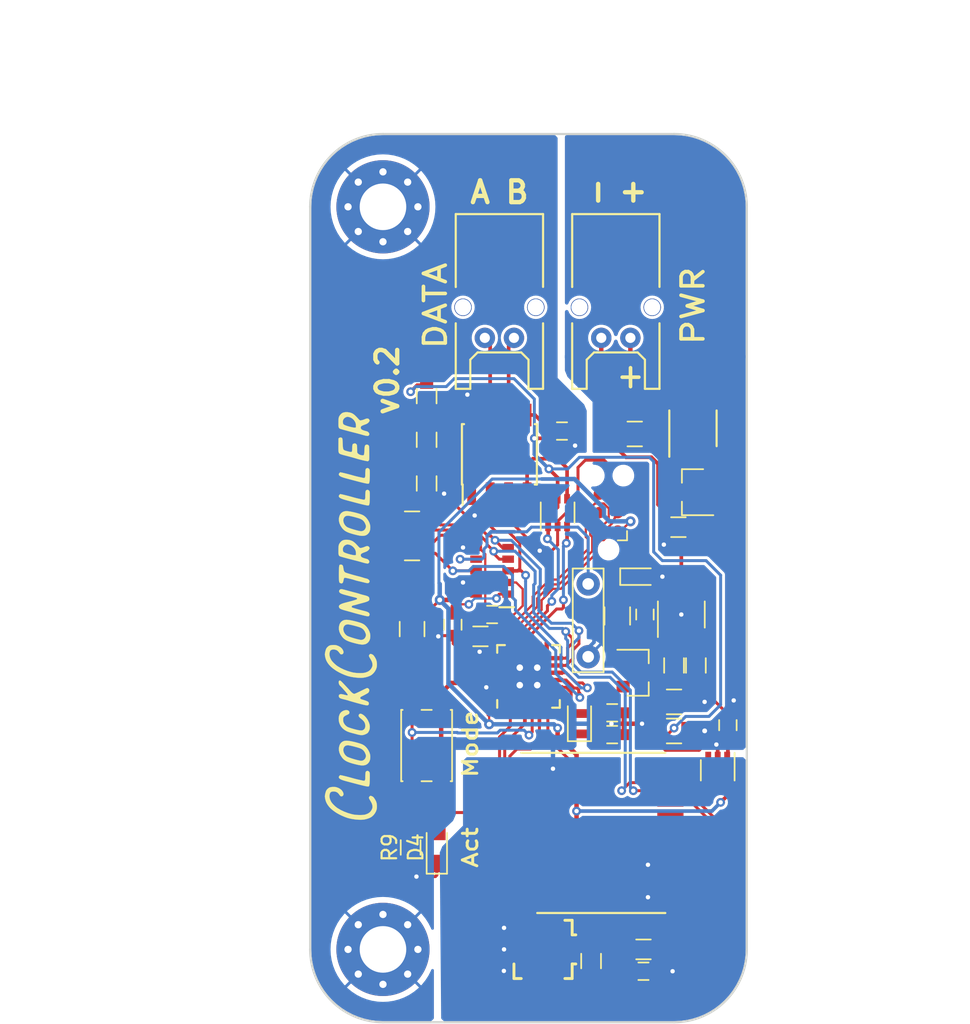
<source format=kicad_pcb>
(kicad_pcb (version 20221018) (generator pcbnew)
  (layers (0 "F.Cu" signal) (31 "B.Cu" signal) (34 "B.Paste" user) (35 "F.Paste" user) (36 "B.SilkS" user "B.Silkscreen") (37 "F.SilkS" user "F.Silkscreen") (38 "B.Mask" user) (39 "F.Mask" user) (44 "Edge.Cuts" user))
  (net 0 "")
  (net 1 "GND")
  (net 2 "+3V3")
  (net 3 "Net-(C2-Pad2)")
  (net 4 "Net-(C3-Pad2)")
  (net 5 "Net-(C4-Pad1)")
  (net 6 "Net-(C6-Pad1)")
  (net 7 "Net-(C7-Pad1)")
  (net 8 "Net-(C7-Pad2)")
  (net 9 "Net-(C10-Pad1)")
  (net 10 "Net-(D1-Pad2)")
  (net 11 "Net-(J2-Pad1)")
  (net 12 "CTX_SWCLK")
  (net 13 "Net-(R4-Pad2)")
  (net 14 "I2C_SCL")
  (net 15 "RTC_INT2")
  (net 16 "I2C_SDA")
  (net 17 "RTC_INT1")
  (net 18 "Net-(C11-Pad1)")
  (net 19 "Net-(R6-Pad2)")
  (net 20 "Net-(AE1-Pad1)")
  (net 21 "RS485_EN")
  (net 22 "RS485_DATA")
  (net 23 "CTX_SWDIO")
  (net 24 "CTX_RST")
  (net 25 "BUTTON")
  (net 26 "GPS_RX")
  (net 27 "GPS_TX")
  (net 28 "GPS_PPS")
  (net 29 "Net-(U2-Pad22)")
  (net 30 "Net-(U2-Pad21)")
  (net 31 "Net-(U2-Pad16)")
  (net 32 "Net-(U2-Pad14)")
  (net 33 "Net-(U2-Pad13)")
  (net 34 "+5V")
  (net 35 "Net-(J1-Pad6)")
  (net 36 "/RS485_A")
  (net 37 "/RS485_B")
  (net 38 "Net-(U1-Pad6)")
  (net 39 "Net-(U1-Pad4)")
  (net 40 "Net-(U2-Pad2)")
  (net 41 "Net-(U4-Pad5)")
  (net 42 "Net-(U4-Pad6)")
  (net 43 "Net-(U4-Pad13)")
  (net 44 "Net-(U4-Pad15)")
  (net 45 "Net-(U4-Pad18)")
  (net 46 "Net-(U5-Pad10)")
  (net 47 "Net-(U6-Pad1)")
  (net 48 "Net-(U7-Pad4)")
  (net 49 "Net-(D4-Pad2)")
  (net 50 "LED_A")
  (footprint "LOGO" (layer "F.Cu") (at 102.8 133.1 90)
    (fp_text reference "G***" hide)
    (fp_text value "LOGO" hide)
  )
  (footprint "Capacitors_SMD:C_0603" (layer "F.Cu") (at 122.9 157.5)
    (fp_text reference "C11")
    (fp_text value "10n")
  )
  (footprint "clockController:SB02B-PASK-2" (layer "F.Cu") (at 121 114 180)
    (fp_text reference "J2")
    (fp_text value "JST S02B-PASK")
  )
  (footprint "Resistors_SMD:R_0603" (layer "F.Cu") (at 122.9 156)
    (fp_text reference "R6")
    (fp_text value "10R")
  )
  (footprint "clockController:MAX_M8" (layer "F.Cu") (at 120.000001 148 180)
    (fp_text reference "U4")
    (fp_text value "MAX_M8Q")
  )
  (footprint "clockController:MCRF" (layer "F.Cu") (at 116 156 90)
    (fp_text reference "AE1")
    (fp_text value "IPX")
  )
  (footprint "clockController:SB02B-PASK-2" (layer "F.Cu") (at 113 114 180)
    (fp_text reference "J3")
    (fp_text value "JST S02B-PASK")
  )
  (footprint "Capacitors_SMD:C_0603" (layer "F.Cu") (at 128.7 140.6 90)
    (fp_text reference "C1")
    (fp_text value "100n")
  )
  (footprint "Capacitors_SMD:C_0603" (layer "F.Cu") (at 120.75 141.25 180)
    (fp_text reference "C2")
    (fp_text value "9pF")
  )
  (footprint "Capacitors_SMD:C_0603" (layer "F.Cu") (at 120.75 139.75 180)
    (fp_text reference "C3")
    (fp_text value "9pF")
  )
  (footprint "Capacitors_SMD:C_0805" (layer "F.Cu") (at 122.3 120.6 180)
    (fp_text reference "C4")
    (fp_text value "1uF")
  )
  (footprint "Capacitors_SMD:C_0603" (layer "F.Cu") (at 109.799999 133.7 -90)
    (fp_text reference "C5")
    (fp_text value "100n")
  )
  (footprint "Capacitors_SMD:C_0603" (layer "F.Cu") (at 112.5 133 180)
    (fp_text reference "C6")
    (fp_text value "47pF")
  )
  (footprint "Capacitors_SMD:C_0603" (layer "F.Cu") (at 123 133 90)
    (fp_text reference "C7")
    (fp_text value "100n")
  )
  (footprint "Capacitors_SMD:C_0805" (layer "F.Cu") (at 125 138.999999)
    (fp_text reference "C8")
    (fp_text value "10uF")
  )
  (footprint "Capacitors_SMD:C_0805" (layer "F.Cu") (at 125 141)
    (fp_text reference "C9")
    (fp_text value "10uF")
  )
  (footprint "TO_SOT_Packages_SMD:SOT-23" (layer "F.Cu") (at 126.3 124.6 180)
    (fp_text reference "D1")
    (fp_text value "10V")
  )
  (footprint "Diodes_SMD:D_0603" (layer "F.Cu") (at 122.6 130.4)
    (fp_text reference "D2")
    (fp_text value "45V 200mA")
  )
  (footprint "Diodes_SMD:D_SOT-23_ANK" (layer "F.Cu") (at 122.5 137)
    (fp_text reference "D3")
    (fp_text value "D")
  )
  (footprint "Resistors_SMD:R_0603" (layer "F.Cu") (at 111.7 134.5)
    (fp_text reference "R1")
    (fp_text value "1K")
  )
  (footprint "Resistors_SMD:R_0603" (layer "F.Cu") (at 108 121 90)
    (fp_text reference "R2")
    (fp_text value "120R")
  )
  (footprint "Resistors_SMD:R_0603" (layer "F.Cu") (at 125.3 127 180)
    (fp_text reference "R3")
    (fp_text value "10K")
  )
  (footprint "Resistors_SMD:R_0603" (layer "F.Cu") (at 126.5 136.5 90)
    (fp_text reference "R4")
    (fp_text value "52.3K")
  )
  (footprint "Resistors_SMD:R_0603" (layer "F.Cu") (at 125 136.499999 90)
    (fp_text reference "R5")
    (fp_text value "10K")
  )
  (footprint "Resistors_SMD:R_Array_Convex_4x0603" (layer "F.Cu") (at 107 127.6 180)
    (fp_text reference "RN1")
    (fp_text value "4.7K")
  )
  (footprint "TO_SOT_Packages_SMD:SOT-23-6" (layer "F.Cu") (at 125.5 133 90)
    (fp_text reference "U3")
    (fp_text value "MCP16301")
  )
  (footprint "clockController:10-DFN" (layer "F.Cu") (at 112.5 130 90)
    (fp_text reference "U5")
    (fp_text value "AB-RTCMC")
  )
  (footprint "Housings_DFN_QFN:QFN-24-1EP_4x4mm_Pitch0.5mm" (layer "F.Cu") (at 115 137.25 90)
    (fp_text reference "U2")
    (fp_text value "ATSAMD11D14A")
  )
  (footprint "Housings_DFN_QFN:DFN-8-1EP_3x3mm_Pitch0.65mm" (layer "F.Cu") (at 126.3 120.2125 90)
    (fp_text reference "Q1")
    (fp_text value "AON7407")
  )
  (footprint "Capacitors_ThroughHole:C_Rect_L7.0mm_W2.0mm_P5.00mm" (layer "F.Cu") (at 119.1 130.899999 -90)
    (fp_text reference "C10")
    (fp_text value "470mF")
  )
  (footprint "Connectors:Tag-Connect_TC2030-IDC-NL" (layer "F.Cu") (at 120.5 126 90)
    (fp_text reference "J1")
    (fp_text value "TC2030-CTX")
  )
  (footprint "Inductors_SMD:L_0805" (layer "F.Cu") (at 121.1 133.1 -90)
    (fp_text reference "L1")
    (fp_text value "15uH")
  )
  (footprint "Inductors_SMD:L_0603" (layer "F.Cu") (at 119.3 156.8 90)
    (fp_text reference "L2")
    (fp_text value "47nH")
  )
  (footprint "Buttons_Switches_SMD:SW_SPST_EVQP2" (layer "F.Cu") (at 108 142 90)
    (fp_text reference "SW1")
    (fp_text value "TACT_SW")
  )
  (footprint "Crystals:Crystal_SMD_2012-2pin_2.0x1.2mm" (layer "F.Cu") (at 118.499999 140.5 90)
    (fp_text reference "Y1")
    (fp_text value "32.768kHz")
  )
  (footprint "Capacitors_SMD:C_0603" (layer "F.Cu") (at 117.3 120.4)
    (fp_text reference "C12")
    (fp_text value "100n")
  )
  (footprint "Capacitors_SMD:C_0805" (layer "F.Cu") (at 107 134 -90)
    (fp_text reference "C13")
    (fp_text value "10uF")
  )
  (footprint "Resistors_SMD:R_0603" (layer "F.Cu") (at 108 124 90)
    (fp_text reference "R7")
    (fp_text value "680R")
  )
  (footprint "Resistors_SMD:R_0603" (layer "F.Cu") (at 108 118 90)
    (fp_text reference "R8")
    (fp_text value "680R")
  )
  (footprint "TO_SOT_Packages_SMD:SOT-363_SC-70-6" (layer "F.Cu") (at 117 126 90)
    (fp_text reference "U1")
    (fp_text value "SN74LVC2G17")
  )
  (footprint "Housings_SOIC:SOIC-8_3.9x4.9mm_Pitch1.27mm" (layer "F.Cu") (at 113 122 90)
    (fp_text reference "U6")
    (fp_text value "SN65176B")
  )
  (footprint "TO_SOT_Packages_SMD:SOT-353_SC-70-5" (layer "F.Cu") (at 128 143.7 -90)
    (fp_text reference "U7")
    (fp_text value "MIC5365")
  )
  (footprint "Mounting_Holes:MountingHole_3.2mm_M3_Pad_Via" (layer "F.Cu") (at 105 105)
    (fp_text reference "REF**" hide)
    (fp_text value "MountingHole_3.2mm_M3_Pad_Via")
  )
  (footprint "Mounting_Holes:MountingHole_3.2mm_M3_Pad_Via" (layer "F.Cu") (at 105 156)
    (fp_text reference "REF**" hide)
    (fp_text value "MountingHole_3.2mm_M3_Pad_Via")
  )
  (footprint "LOGO" (layer "F.Cu") (at 127.5 104.9 90)
    (fp_text reference "G***" hide)
    (fp_text value "LOGO" hide)
  )
  (footprint "Measurement_Points:Measurement_Point_Square-SMD-Pad_Small" (layer "F.Cu") (at 128.4 148.6)
    (fp_text reference "REF**" hide)
    (fp_text value "Measurement_Point_Square-SMD-Pad_Small")
  )
  (footprint "Measurement_Points:Measurement_Point_Square-SMD-Pad_Small" (layer "F.Cu") (at 128.4 150.6)
    (fp_text reference "REF**" hide)
    (fp_text value "Measurement_Point_Square-SMD-Pad_Small")
  )
  (footprint "Resistors_SMD:R_0603" (layer "F.Cu") (at 106.9 149 90)
    (fp_text reference "R9")
    (fp_text value "680R")
  )
  (footprint "LEDs:LED_0805" (layer "F.Cu") (at 108.7 149 90)
    (fp_text reference "D4")
    (fp_text value "LED")
  )
  (gr_arc (start 125 100) (mid 128.535534 101.464466) (end 130 105) (stroke (width 0.15)) (layer "Edge.Cuts"))
  (gr_arc (start 130 156) (mid 128.535534 159.535534) (end 125 161) (stroke (width 0.15)) (layer "Edge.Cuts"))
  (gr_arc (start 105 161) (mid 101.464466 159.535534) (end 100 156) (stroke (width 0.15)) (layer "Edge.Cuts"))
  (gr_arc (start 100 105) (mid 101.464466 101.464466) (end 105 100) (stroke (width 0.15)) (layer "Edge.Cuts"))
  (gr_line (start 100 156) (end 100 105) (stroke (width 0.15)) (layer "Edge.Cuts"))
  (gr_line (start 105 100) (end 125 100) (stroke (width 0.15)) (layer "Edge.Cuts"))
  (gr_line (start 125 161) (end 105 161) (stroke (width 0.15)) (layer "Edge.Cuts"))
  (gr_line (start 130 105) (end 130 156) (stroke (width 0.15)) (layer "Edge.Cuts"))
  (gr_text "Mode" (at 111 141.9 90) (layer "F.SilkS") (effects (font (size 1 1.2) (thickness 0.2))))
  (gr_text "+" (at 121.9 116.7 90) (layer "F.SilkS") (effects (font (size 1.5 1.7) (thickness 0.25))))
  (gr_text "Act" (at 111 149 90) (layer "F.SilkS") (effects (font (size 1 1.2) (thickness 0.2))))
  (gr_text "+\n-" (at 121.1 104 270) (layer "F.SilkS") (effects (font (size 1.5 1.5) (thickness 0.3)) (justify mirror)))
  (gr_text "A B" (at 113 104) (layer "F.SilkS") (effects (font (size 1.5 1.5) (thickness 0.3))))
  (gr_text "DATA" (at 108.6 111.8 90) (layer "F.SilkS") (effects (font (size 1.5 1.7) (thickness 0.25))))
  (gr_text "PWR" (at 126.3 111.8 90) (layer "F.SilkS") (effects (font (size 1.5 1.7) (thickness 0.25))))
  (gr_text "v0.2" (at 105.3 116.9 90) (layer "F.SilkS") (effects (font (size 1.5 1.5) (thickness 0.3))))
  (segment (start 111.5 126.4) (end 111.3 126.2) (width 0.2032) (layer "F.Cu") (net 1))
  (segment (start 115.770629 128.616598) (end 113.835451 126.68142) (width 0.2032) (layer "F.Cu") (net 1))
  (segment (start 124.55 127.95) (end 124.3 128.2) (width 0.254) (layer "F.Cu") (net 1))
  (segment (start 116.194893 128.616598) (end 115.770629 128.616598) (width 0.2032) (layer "F.Cu") (net 1))
  (segment (start 117 126.95) (end 117 128.219922) (width 0.2032) (layer "F.Cu") (net 1))
  (segment (start 128 142.75) (end 128 142.020616) (width 0.254) (layer "F.Cu") (net 1))
  (segment (start 108.3 134.5282) (end 108.3 134.5) (width 0.2032) (layer "F.Cu") (net 1))
  (segment (start 109.799999 134.45) (end 109.8 135.0024) (width 0.1524) (layer "F.Cu") (net 1))
  (segment (start 120.2 122.4) (end 118.9 122.4) (width 0.2032) (layer "F.Cu") (net 1))
  (segment (start 113.835451 126.68142) (end 112.638329 126.68142) (width 0.2032) (layer "F.Cu") (net 1))
  (segment (start 116 154.525) (end 113.323778 154.525) (width 0.3048) (layer "F.Cu") (net 1))
  (segment (start 120 117) (end 121.3 118.3) (width 0.3048) (layer "F.Cu") (net 1))
  (segment (start 111.4 130.8) (end 110.500002 130.8) (width 0.2032) (layer "F.Cu") (net 1))
  (segment (start 121.3 121.8) (end 121.7 122.2) (width 0.254) (layer "F.Cu") (net 1))
  (segment (start 124.75 150.2) (end 123.220051 150.2) (width 0.3048) (layer "F.Cu") (net 1))
  (segment (start 111.800001 137.700001) (end 112.1 138) (width 0.3048) (layer "F.Cu") (net 1))
  (segment (start 113.320043 156) (end 113.318684 155.998641) (width 0.3048) (layer "F.Cu") (net 1))
  (segment (start 123.65 157.5) (end 124.9 157.5) (width 0.3048) (layer "F.Cu") (net 1))
  (segment (start 111.4 128.4) (end 111.707202 128.4) (width 0.2032) (layer "F.Cu") (net 1))
  (segment (start 111.4 128.4) (end 111.574552 128.4) (width 0.1524) (layer "F.Cu") (net 1))
  (segment (start 112.356909 126.4) (end 111.5 126.4) (width 0.2032) (layer "F.Cu") (net 1))
  (segment (start 118.4 122.9) (end 118.4 125.2) (width 0.2032) (layer "F.Cu") (net 1))
  (segment (start 116.671625 143.6) (end 116.680496 143.591129) (width 0.3048) (layer "F.Cu") (net 1))
  (segment (start 111.095 118.195) (end 110.8 117.9) (width 0.25) (layer "F.Cu") (net 1))
  (segment (start 120.7 140.5) (end 122.8 140.5) (width 0.3048) (layer "F.Cu") (net 1))
  (segment (start 111.75 133) (end 111.75 133.5274) (width 0.1524) (layer "F.Cu") (net 1))
  (segment (start 108 124.75) (end 109.15 124.75) (width 0.25) (layer "F.Cu") (net 1))
  (segment (start 113.05 138.000001) (end 112.1 138) (width 0.1524) (layer "F.Cu") (net 1))
  (segment (start 123.225054 152.4) (end 123.207725 152.417329) (width 0.3048) (layer "F.Cu") (net 1))
  (segment (start 109.15 124.75) (end 109.2 124.7) (width 0.25) (layer "F.Cu") (net 1))
  (segment (start 123.9 125.45) (end 124.55 126.1) (width 0.254) (layer "F.Cu") (net 1))
  (segment (start 111.75 133.5274) (end 111.641757 133.635643) (width 0.1524) (layer "F.Cu") (net 1))
  (segment (start 116.603324 128.616598) (end 116.194893 128.616598) (width 0.2032) (layer "F.Cu") (net 1))
  (segment (start 109 139.42) (end 109 138.3902) (width 0.3048) (layer "F.Cu") (net 1))
  (segment (start 111.3 126.2) (end 110.7 126.2) (width 0.2032) (layer "F.Cu") (net 1))
  (segment (start 108.85 134.45) (end 108.8 134.5) (width 0.2032) (layer "F.Cu") (net 1))
  (segment (start 111.095 119.3) (end 111.095 118.195) (width 0.25) (layer "F.Cu") (net 1))
  (segment (start 109.8 135.0024) (end 110.0976 135.3) (width 0.1524) (layer "F.Cu") (net 1))
  (segment (start 112.028601 130.9) (end 112.028601 130.876201) (width 0.1524) (layer "F.Cu") (net 1))
  (segment (start 113.323778 154.525) (end 113.318684 154.519906) (width 0.3048) (layer "F.Cu") (net 1))
  (segment (start 121.3 120.6) (end 121.3 121.8) (width 0.254) (layer "F.Cu") (net 1))
  (segment (start 128 142.020616) (end 127.908784 141.9294) (width 0.254) (layer "F.Cu") (net 1))
  (segment (start 107.8282 135) (end 108.3 134.5282) (width 0.2032) (layer "F.Cu") (net 1))
  (segment (start 111 135.3) (end 111.041756 135.258243) (width 0.1524) (layer "F.Cu") (net 1))
  (segment (start 121.5 140.5) (end 121.5 141.25) (width 0.2032) (layer "F.Cu") (net 1))
  (segment (start 124.55 127) (end 124.55 127.95) (width 0.254) (layer "F.Cu") (net 1))
  (segment (start 118.4 125.2) (end 117 126.6) (width 0.2032) (layer "F.Cu") (net 1))
  (segment (start 111.4 128.4) (end 110.5 128.4) (width 0.2032) (layer "F.Cu") (net 1))
  (segment (start 121.5 139.75) (end 121.5 140.5) (width 0.2032) (layer "F.Cu") (net 1))
  (segment (start 114.5 156) (end 113.320043 156) (width 0.3048) (layer "F.Cu") (net 1))
  (segment (start 121.3 118.3) (end 121.3 120.6) (width 0.3048) (layer "F.Cu") (net 1))
  (segment (start 110.0976 135.3) (end 111 135.3) (width 0.1524) (layer "F.Cu") (net 1))
  (segment (start 111.641757 133.635643) (end 111.641757 135.558243) (width 0.1524) (layer "F.Cu") (net 1))
  (segment (start 109.6902 137.7) (end 111.800001 137.700001) (width 0.3048) (layer "F.Cu") (net 1))
  (segment (start 118.9 122.4) (end 118.4 122.9) (width 0.2032) (layer "F.Cu") (net 1))
  (segment (start 123.9 122.65375) (end 123.9 125.45) (width 0.254) (layer "F.Cu") (net 1))
  (segment (start 123.45 130.400001) (end 124.2 130.400001) (width 0.25) (layer "F.Cu") (net 1))
  (segment (start 128.7 139.3) (end 129.1 138.9) (width 0.2032) (layer "F.Cu") (net 1))
  (segment (start 120 114) (end 120 117) (width 0.3048) (layer "F.Cu") (net 1))
  (segment (start 112.638329 126.68142) (end 112.356909 126.4) (width 0.2032) (layer "F.Cu") (net 1))
  (segment (start 121.135 124.73) (end 120.5 124.095) (width 0.2032) (layer "F.Cu") (net 1))
  (segment (start 110.7 126.2) (end 109.2 124.7) (width 0.2032) (layer "F.Cu") (net 1))
  (segment (start 120.5 124.095) (end 120.5 122.7) (width 0.2032) (layer "F.Cu") (net 1))
  (segment (start 117 126.6) (end 117 126.95) (width 0.2032) (layer "F.Cu") (net 1))
  (segment (start 123.220051 150.2) (end 123.207725 150.187674) (width 0.3048) (layer "F.Cu") (net 1))
  (segment (start 111.75 133) (end 111.75 132.4726) (width 0.1524) (layer "F.Cu") (net 1))
  (segment (start 111.75 132.4726) (end 112.028601 132.193999) (width 0.1524) (layer "F.Cu") (net 1))
  (segment (start 111.574552 128.4) (end 112.028601 128.854049) (width 0.1524) (layer "F.Cu") (net 1))
  (segment (start 125.5 134.1) (end 125.5 134.7) (width 0.25) (layer "F.Cu") (net 1))
  (segment (start 128.7 139.85) (end 128.7 139.3) (width 0.2032) (layer "F.Cu") (net 1))
  (segment (start 112.028601 128.854049) (end 112.028601 130.9) (width 0.1524) (layer "F.Cu") (net 1))
  (segment (start 113.309507 157.475) (end 113.307131 157.477376) (width 0.3048) (layer "F.Cu") (net 1))
  (segment (start 115.15 143.6) (end 116.671625 143.6) (width 0.3048) (layer "F.Cu") (net 1))
  (segment (start 118.05 121.25) (end 118.2 121.4) (width 0.25) (layer "F.Cu") (net 1))
  (segment (start 123.44625 122.2) (end 123.9 122.65375) (width 0.254) (layer "F.Cu") (net 1))
  (segment (start 125 135.749999) (end 125 135.25) (width 0.25) (layer "F.Cu") (net 1))
  (segment (start 127.095669 141) (end 127.104168 140.991501) (width 0.2032) (layer "F.Cu") (net 1))
  (segment (start 108.7 150.9032) (end 108.6032 151) (width 0.2032) (layer "F.Cu") (net 1))
  (segment (start 108.7 150.1) (end 108.7 150.9032) (width 0.2032) (layer "F.Cu") (net 1))
  (segment (start 111.341758 135.258244) (end 111.641757 135.558243) (width 0.1524) (layer "F.Cu") (net 1))
  (segment (start 124.55 126.1) (end 124.55 127) (width 0.254) (layer "F.Cu") (net 1))
  (segment (start 112.028601 130.876201) (end 111.9524 130.8) (width 0.1524) (layer "F.Cu") (net 1))
  (segment (start 116 157.475) (end 113.309507 157.475) (width 0.3048) (layer "F.Cu") (net 1))
  (segment (start 121.475 139.75) (end 121.5 139.75) (width 0.2032) (layer "F.Cu") (net 1))
  (segment (start 126 139) (end 127.1 139) (width 0.25) (layer "F.Cu") (net 1))
  (segment (start 121.7 122.2) (end 123.44625 122.2) (width 0.254) (layer "F.Cu") (net 1))
  (segment (start 125 135.25) (end 125.5 134.75) (width 0.25) (layer "F.Cu") (net 1))
  (segment (start 107 135) (end 107.8282 135) (width 0.2032) (layer "F.Cu") (net 1))
  (segment (start 118.05 120.4) (end 118.05 121.25) (width 0.25) (layer "F.Cu") (net 1))
  (segment (start 124.75 152.4) (end 123.225054 152.4) (width 0.3048) (layer "F.Cu") (net 1))
  (segment (start 109 144.58) (end 109 139.42) (width 0.3048) (layer "F.Cu") (net 1))
  (segment (start 121.5 140.5) (end 120.7 140.5) (width 0.1524) (layer "F.Cu") (net 1))
  (segment (start 112.028601 132.193999) (end 112.028601 130.9) (width 0.1524) (layer "F.Cu") (net 1))
  (segment (start 127.1 139) (end 127.85 139) (width 0.2032) (layer "F.Cu") (net 1))
  (segment (start 109.799999 134.45) (end 108.85 134.45) (width 0.2032) (layer "F.Cu") (net 1))
  (segment (start 126 141) (end 127.095669 141) (width 0.2032) (layer "F.Cu") (net 1))
  (segment (start 108.8 134.5) (end 108.3 134.5) (width 0.2032) (layer "F.Cu") (net 1))
  (segment (start 109 138.3902) (end 109.6902 137.7) (width 0.3048) (layer "F.Cu") (net 1))
  (segment (start 117 128.219922) (end 116.603324 128.616598) (width 0.2032) (layer "F.Cu") (net 1))
  (segment (start 108.6032 151) (end 107.3 151) (width 0.2032) (layer "F.Cu") (net 1))
  (segment (start 111.041756 135.258243) (end 111.341758 135.258244) (width 0.1524) (layer "F.Cu") (net 1))
  (segment (start 120.5 122.7) (end 120.2 122.4) (width 0.2032) (layer "F.Cu") (net 1))
  (segment (start 111.9524 130.8) (end 111.4 130.8) (width 0.1524) (layer "F.Cu") (net 1))
  (segment (start 125.5 134.75) (end 125.5 134.7) (width 0.25) (layer "F.Cu") (net 1))
  (segment (start 125.5 134.1) (end 125.5 133) (width 0.25) (layer "F.Cu") (net 1))
  (segment (start 127.85 139) (end 128.7 139.85) (width 0.2032) (layer "F.Cu") (net 1))
  (via (at 113.318684 155.998641) (size 0.6) (drill 0.3) (layers "F.Cu" "B.Cu") (net 1))
  (via (at 107.3 151) (size 0.6) (drill 0.3) (layers "F.Cu" "B.Cu") (net 1))
  (via (at 123.207725 150.187674) (size 0.6) (drill 0.3) (layers "F.Cu" "B.Cu") (net 1))
  (via (at 124.9 157.5) (size 0.6) (drill 0.3) (layers "F.Cu" "B.Cu") (net 1))
  (via (at 112.1 138) (size 0.6) (drill 0.3) (layers "F.Cu" "B.Cu") (net 1))
  (via (at 120.7 140.5) (size 0.6) (drill 0.3) (layers "F.Cu" "B.Cu") (net 1))
  (via (at 110.500002 130.8) (size 0.6) (drill 0.3) (layers "F.Cu" "B.Cu") (net 1))
  (via (at 122.8 140.5) (size 0.6) (drill 0.3) (layers "F.Cu" "B.Cu") (net 1))
  (via (at 111.3 126.2) (size 0.6) (drill 0.3) (layers "F.Cu" "B.Cu") (net 1))
  (via (at 108.8 134.5) (size 0.6) (drill 0.3) (layers "F.Cu" "B.Cu") (net 1))
  (via (at 127.908784 141.9294) (size 0.6) (drill 0.3) (layers "F.Cu" "B.Cu") (net 1))
  (via (at 125.5 133) (size 0.6) (drill 0.3) (layers "F.Cu" "B.Cu") (net 1))
  (via (at 127.104168 140.991501) (size 0.6858) (drill 0.3302) (layers "F.Cu" "B.Cu") (net 1))
  (via (at 118.2 121.4) (size 0.6) (drill 0.3) (layers "F.Cu" "B.Cu") (net 1))
  (via (at 116.680496 143.591129) (size 0.6) (drill 0.3) (layers "F.Cu" "B.Cu") (net 1))
  (via (at 110.5 128.4) (size 0.6) (drill 0.3) (layers "F.Cu" "B.Cu") (net 1))
  (via (at 113.318684 154.519906) (size 0.6) (drill 0.3) (layers "F.Cu" "B.Cu") (net 1))
  (via (at 129.1 138.9) (size 0.6) (drill 0.3) (layers "F.Cu" "B.Cu") (net 1))
  (via (at 123.207725 152.417329) (size 0.6) (drill 0.3) (layers "F.Cu" "B.Cu") (net 1))
  (via (at 111.641757 135.558243) (size 0.6) (drill 0.3) (layers "F.Cu" "B.Cu") (net 1))
  (via (at 113.307131 157.477376) (size 0.6) (drill 0.3) (layers "F.Cu" "B.Cu") (net 1))
  (via (at 115.770629 128.616598) (size 0.6) (drill 0.3) (layers "F.Cu" "B.Cu") (net 1))
  (via (at 124.3 128.2) (size 0.6) (drill 0.3) (layers "F.Cu" "B.Cu") (net 1))
  (via (at 124.2 130.400001) (size 0.6) (drill 0.3) (layers "F.Cu" "B.Cu") (net 1))
  (via (at 109.2 124.7) (size 0.6) (drill 0.3) (layers "F.Cu" "B.Cu") (net 1))
  (via (at 127.1 139) (size 0.6) (drill 0.3) (layers "F.Cu" "B.Cu") (net 1))
  (via (at 110.8 117.9) (size 0.6) (drill 0.3) (layers "F.Cu" "B.Cu") (net 1))
  (segment (start 117.554001 141.145999) (end 117.554001 139.9) (width 0.2032) (layer "B.Cu") (net 1))
  (segment (start 119.1 135.3) (end 119.5 134.9) (width 0.25) (layer "B.Cu") (net 1))
  (segment (start 116.4532 137.85) (end 115.6 137.85) (width 0.2032) (layer "B.Cu") (net 1))
  (segment (start 116.680496 143.591129) (end 116.680496 142.019504) (width 0.3048) (layer "B.Cu") (net 1))
  (segment (start 116.680496 142.019504) (end 117.554001 141.145999) (width 0.2032) (layer "B.Cu") (net 1))
  (segment (start 117.554001 139.9) (end 117.554001 138.950801) (width 0.2032) (layer "B.Cu") (net 1))
  (segment (start 119.5 134.9) (end 119.5 133.2) (width 0.25) (layer "B.Cu") (net 1))
  (segment (start 118.154001 140.5) (end 117.554001 139.9) (width 0.3048) (layer "B.Cu") (net 1))
  (segment (start 117.554001 138.950801) (end 116.4532 137.85) (width 0.2032) (layer "B.Cu") (net 1))
  (segment (start 128.8 116.6) (end 128.8 114) (width 0.2032) (layer "B.Cu") (net 1))
  (segment (start 119.1 135.899999) (end 119.1 135.3) (width 0.25) (layer "B.Cu") (net 1))
  (segment (start 120.7 140.5) (end 118.154001 140.5) (width 0.3048) (layer "B.Cu") (net 1))
  (segment (start 109.8 132.45) (end 110.003306 132.246694) (width 0.3048) (layer "F.Cu") (net 2))
  (segment (start 105.4968 126.4) (end 105.4 126.4968) (width 0.2032) (layer "F.Cu") (net 2))
  (segment (start 115.15 150.2) (end 116.3548 150.2) (width 0.3048) (layer "F.Cu") (net 2))
  (segment (start 106.1 127.2) (end 105.4 127.2) (width 0.2032) (layer "F.Cu") (net 2))
  (segment (start 105.4 128) (end 105.4 128.8) (width 0.2032) (layer "F.Cu") (net 2))
  (segment (start 118.3 150.2) (end 118.3 146.5) (width 0.3048) (layer "F.Cu") (net 2))
  (segment (start 110.95 134.5) (end 110.95 133.45) (width 0.254) (layer "F.Cu") (net 2))
  (segment (start 128.65 144.65) (end 128.65 145.45) (width 0.254) (layer "F.Cu") (net 2))
  (segment (start 105.4 126.4968) (end 105.4 127.2) (width 0.2032) (layer "F.Cu") (net 2))
  (segment (start 105.4 129.7) (end 107 131.3) (width 0.2032) (layer "F.Cu") (net 2))
  (segment (start 110.899999 132.3) (end 110.056612 132.3) (width 0.1524) (layer "F.Cu") (net 2))
  (segment (start 105.4 127.2) (end 105.4 128) (width 0.2032) (layer "F.Cu") (net 2))
  (segment (start 110.056612 132.3) (end 110.003306 132.246694) (width 0.1524) (layer "F.Cu") (net 2))
  (segment (start 109.8 132.949999) (end 109.8 132.45) (width 0.3048) (layer "F.Cu") (net 2))
  (segment (start 112.2 138.7726) (end 112.2 139.9) (width 0.1524) (layer "F.Cu") (net 2))
  (segment (start 107 131.3) (end 107 133) (width 0.2032) (layer "F.Cu") (net 2))
  (segment (start 118.3 151.3) (end 118.3 151.8) (width 0.3048) (layer "F.Cu") (net 2))
  (segment (start 112.472601 138.5) (end 112.2 138.7726) (width 0.1524) (layer "F.Cu") (net 2))
  (segment (start 128.65 145.45) (end 128.2 145.9) (width 0.254) (layer "F.Cu") (net 2))
  (segment (start 106.1 126.4) (end 105.4968 126.4) (width 0.2032) (layer "F.Cu") (net 2))
  (segment (start 116.3548 150.2) (end 118.3 150.2) (width 0.3048) (layer "F.Cu") (net 2))
  (segment (start 113.6 131.6) (end 112.9968 131.6) (width 0.2032) (layer "F.Cu") (net 2))
  (segment (start 109.384933 132) (end 108.9 132) (width 0.3048) (layer "F.Cu") (net 2))
  (segment (start 107 133) (end 107.9 133) (width 0.2032) (layer "F.Cu") (net 2))
  (segment (start 106.1 128.8) (end 105.4 128.8) (width 0.2032) (layer "F.Cu") (net 2))
  (segment (start 121.135 127.27) (end 121.337789 127.27) (width 0.1524) (layer "F.Cu") (net 2))
  (segment (start 118.3 150.2) (end 118.3 151.3) (width 0.3048) (layer "F.Cu") (net 2))
  (segment (start 112.8 131.7968) (end 112.8 131.9) (width 0.2032) (layer "F.Cu") (net 2))
  (segment (start 117 141.324276) (end 117 141.224258) (width 0.3048) (layer "F.Cu") (net 2))
  (segment (start 115.15 151.3) (end 118.3 151.3) (width 0.3048) (layer "F.Cu") (net 2))
  (segment (start 113.05 138.5) (end 112.472601 138.5) (width 0.1524) (layer "F.Cu") (net 2))
  (segment (start 110.95 133.45) (end 110.45 132.95) (width 0.254) (layer "F.Cu") (net 2))
  (segment (start 107.9 133) (end 108.9 132) (width 0.2032) (layer "F.Cu") (net 2))
  (segment (start 109.756612 132) (end 109.384933 132) (width 0.3048) (layer "F.Cu") (net 2))
  (segment (start 110.003306 132.246694) (end 110 132.25) (width 0.3048) (layer "F.Cu") (net 2))
  (segment (start 105.4 128.8) (end 105.4 129.7) (width 0.2032) (layer "F.Cu") (net 2))
  (segment (start 118.3 142.624276) (end 117 141.324276) (width 0.3048) (layer "F.Cu") (net 2))
  (segment (start 112.2 139.9) (end 112.296294 139.996294) (width 0.1524) (layer "F.Cu") (net 2))
  (segment (start 110.003306 132.246694) (end 109.756612 132) (width 0.3048) (layer "F.Cu") (net 2))
  (segment (start 118.3 151.8) (end 117.7 152.4) (width 0.3048) (layer "F.Cu") (net 2))
  (segment (start 112.9968 131.6) (end 112.8 131.7968) (width 0.2032) (layer "F.Cu") (net 2))
  (segment (start 110.45 132.95) (end 109.8 132.949999) (width 0.254) (layer "F.Cu") (net 2))
  (segment (start 112.296294 139.996294) (end 112.296294 140.537786) (width 0.1524) (layer "F.Cu") (net 2))
  (segment (start 121.337789 127.27) (end 122.007772 126.600018) (width 0.1524) (layer "F.Cu") (net 2))
  (segment (start 106.1 128) (end 105.4 128) (width 0.2032) (layer "F.Cu") (net 2))
  (segment (start 118.3 146.5) (end 118.3 142.624276) (width 0.3048) (layer "F.Cu") (net 2))
  (segment (start 117 141.224258) (end 117 140.799994) (width 0.3048) (layer "F.Cu") (net 2))
  (segment (start 117.7 152.4) (end 115.15 152.4) (width 0.3048) (layer "F.Cu") (net 2))
  (via (at 112.8 131.9) (size 0.6) (drill 0.3) (layers "F.Cu" "B.Cu") (net 2))
  (via (at 108.9 132) (size 0.6858) (drill 0.3302) (layers "F.Cu" "B.Cu") (net 2))
  (via (at 110.899999 132.3) (size 0.6) (drill 0.3) (layers "F.Cu" "B.Cu") (net 2))
  (via (at 122.007772 126.600018) (size 0.6858) (drill 0.3302) (layers "F.Cu" "B.Cu") (net 2))
  (via (at 128.2 145.9) (size 0.6) (drill 0.3) (layers "F.Cu" "B.Cu") (net 2))
  (via (at 112.296294 140.537786) (size 0.6858) (drill 0.3302) (layers "F.Cu" "B.Cu") (net 2))
  (via (at 118.3 146.5) (size 0.6) (drill 0.3) (layers "F.Cu" "B.Cu") (net 2))
  (via (at 117 140.799994) (size 0.6) (drill 0.3) (layers "F.Cu" "B.Cu") (net 2))
  (segment (start 109.242899 132.342899) (end 108.9 132) (width 0.3048) (layer "B.Cu") (net 2))
  (segment (start 109.5 132.6) (end 109.242899 132.342899) (width 0.3048) (layer "B.Cu") (net 2))
  (segment (start 109.5 137.741492) (end 109.5 132.6) (width 0.3048) (layer "B.Cu") (net 2))
  (segment (start 108.9 130.904894) (end 108.9 131.515067) (width 0.3048) (layer "B.Cu") (net 2))
  (segment (start 108.9 130.904894) (end 108.845999 130.850893) (width 0.2032) (layer "B.Cu") (net 2))
  (segment (start 120.558017 126.600018) (end 120.192 126.234) (width 0.3048) (layer "B.Cu") (net 2))
  (segment (start 111.3 131.9) (end 110.899999 132.3) (width 0.1524) (layer "B.Cu") (net 2))
  (segment (start 127.6 146.5) (end 118.3 146.5) (width 0.254) (layer "B.Cu") (net 2))
  (segment (start 116.737792 140.537786) (end 117 140.799994) (width 0.3048) (layer "B.Cu") (net 2))
  (segment (start 109.673895 126.526105) (end 112.506 123.694) (width 0.2032) (layer "B.Cu") (net 2))
  (segment (start 128.2 145.9) (end 127.6 146.5) (width 0.254) (layer "B.Cu") (net 2))
  (segment (start 120.192001 125.726) (end 118.160001 123.694) (width 0.3048) (layer "B.Cu") (net 2))
  (segment (start 108.845999 130.850893) (end 108.845999 127.354001) (width 0.2032) (layer "B.Cu") (net 2))
  (segment (start 115.906 123.694) (end 117.144 123.694) (width 0.25) (layer "B.Cu") (net 2))
  (segment (start 108.845999 127.354001) (end 109.673895 126.526105) (width 0.2032) (layer "B.Cu") (net 2))
  (segment (start 118.160001 123.694) (end 117.144 123.694) (width 0.3048) (layer "B.Cu") (net 2))
  (segment (start 108.9 131.515067) (end 108.9 132) (width 0.3048) (layer "B.Cu") (net 2))
  (segment (start 112.506 123.694) (end 115.906 123.694) (width 0.2032) (layer "B.Cu") (net 2))
  (segment (start 112.296294 140.537786) (end 116.737792 140.537786) (width 0.3048) (layer "B.Cu") (net 2))
  (segment (start 112.8 131.9) (end 111.3 131.9) (width 0.1524) (layer "B.Cu") (net 2))
  (segment (start 122.007772 126.600018) (end 120.558017 126.600018) (width 0.3048) (layer "B.Cu") (net 2))
  (segment (start 120.192 126.234) (end 120.192001 125.726) (width 0.3048) (layer "B.Cu") (net 2))
  (segment (start 112.296294 140.537786) (end 109.5 137.741492) (width 0.3048) (layer "B.Cu") (net 2))
  (segment (start 118.5 141.2) (end 119.2532 141.2) (width 0.2032) (layer "F.Cu") (net 3))
  (segment (start 117.3 138.5) (end 117.5746 138.7746) (width 0.2032) (layer "F.Cu") (net 3))
  (segment (start 119.3032 141.25) (end 119.4 141.25) (width 0.2032) (layer "F.Cu") (net 3))
  (segment (start 118.25 141.2) (end 118.5 141.2) (width 0.1524) (layer "F.Cu") (net 3))
  (segment (start 117.5746 138.7746) (end 117.5746 140.5246) (width 0.2032) (layer "F.Cu") (net 3))
  (segment (start 120 141.25) (end 119.4 141.25) (width 0.2032) (layer "F.Cu") (net 3))
  (segment (start 116.949999 138.5) (end 117.3 138.5) (width 0.2032) (layer "F.Cu") (net 3))
  (segment (start 117.5746 140.5246) (end 117.85 140.8) (width 0.2032) (layer "F.Cu") (net 3))
  (segment (start 117.85 140.8) (end 118.25 141.2) (width 0.1524) (layer "F.Cu") (net 3))
  (segment (start 119.2532 141.2) (end 119.3032 141.25) (width 0.2032) (layer "F.Cu") (net 3))
  (segment (start 118.3 139.8) (end 118.5 139.8) (width 0.1524) (layer "F.Cu") (net 4))
  (segment (start 119.2532 139.8) (end 119.303201 139.75) (width 0.2032) (layer "F.Cu") (net 4))
  (segment (start 116.95 138) (end 117.5782 138.000001) (width 0.2032) (layer "F.Cu") (net 4))
  (segment (start 119.303201 139.75) (end 119.400001 139.75) (width 0.2032) (layer "F.Cu") (net 4))
  (segment (start 117.93021 139.40481) (end 118.3 139.8) (width 0.1524) (layer "F.Cu") (net 4))
  (segment (start 117.930211 138.435823) (end 117.93021 139.40481) (width 0.2032) (layer "F.Cu") (net 4))
  (segment (start 117.93021 138.35201) (end 117.930211 138.435823) (width 0.2032) (layer "F.Cu") (net 4))
  (segment (start 120.000001 139.75) (end 119.400001 139.75) (width 0.2032) (layer "F.Cu") (net 4))
  (segment (start 117.5782 138.000001) (end 117.93021 138.35201) (width 0.2032) (layer "F.Cu") (net 4))
  (segment (start 118.5 139.8) (end 119.2532 139.8) (width 0.2032) (layer "F.Cu") (net 4))
  (segment (start 125.325 121.7625) (end 124.4625 121.7625) (width 0.3048) (layer "F.Cu") (net 5))
  (segment (start 125.3 128.4) (end 125.5 128.6) (width 0.254) (layer "F.Cu") (net 5))
  (segment (start 125.5 128.6) (end 125.5 130.9) (width 0.254) (layer "F.Cu") (net 5))
  (segment (start 125.3 124.6) (end 125.3 128.4) (width 0.254) (layer "F.Cu") (net 5))
  (segment (start 124.4625 121.7625) (end 123.3 120.6) (width 0.3048) (layer "F.Cu") (net 5))
  (segment (start 125.3 122.7) (end 125.3 122.799999) (width 0.25) (layer "F.Cu") (net 5))
  (segment (start 125.325 122.775) (end 125.3 122.799999) (width 0.25) (layer "F.Cu") (net 5))
  (segment (start 126.45 131.9) (end 126.45 131.12) (width 0.25) (layer "F.Cu") (net 5))
  (segment (start 125.975001 122.3375) (end 126 122.3625) (width 0.25) (layer "F.Cu") (net 5))
  (segment (start 126.3625 122.6) (end 126 122.6) (width 0.25) (layer "F.Cu") (net 5))
  (segment (start 125.3 122.799999) (end 125.3 124.600001) (width 0.25) (layer "F.Cu") (net 5))
  (segment (start 126 122.3625) (end 126 122.6) (width 0.25) (layer "F.Cu") (net 5))
  (segment (start 125.325 121.7625) (end 125.325 122.775) (width 0.25) (layer "F.Cu") (net 5))
  (segment (start 126.45 131.12) (end 126.45 131.05) (width 0.254) (layer "F.Cu") (net 5))
  (segment (start 126.45 131.05) (end 126.3 130.9) (width 0.254) (layer "F.Cu") (net 5))
  (segment (start 125.4 122.6) (end 125.3 122.7) (width 0.25) (layer "F.Cu") (net 5))
  (segment (start 126.3 130.9) (end 125.5 130.9) (width 0.254) (layer "F.Cu") (net 5))
  (segment (start 125.5 131.9) (end 125.5 130.9) (width 0.25) (layer "F.Cu") (net 5))
  (segment (start 125.975 121.7625) (end 125.975001 122.3375) (width 0.25) (layer "F.Cu") (net 5))
  (segment (start 126.625 121.762501) (end 126.625 122.3375) (width 0.25) (layer "F.Cu") (net 5))
  (segment (start 126 122.6) (end 125.4 122.6) (width 0.25) (layer "F.Cu") (net 5))
  (segment (start 126.625 122.3375) (end 126.3625 122.6) (width 0.25) (layer "F.Cu") (net 5))
  (segment (start 114.1524 130.8) (end 113.6 130.8) (width 0.1524) (layer "F.Cu") (net 6))
  (segment (start 114.6 131.2476) (end 114.6 132.4) (width 0.1524) (layer "F.Cu") (net 6))
  (segment (start 114 133) (end 113.25 133) (width 0.1524) (layer "F.Cu") (net 6))
  (segment (start 114.1524 130.8) (end 114.6 131.2476) (width 0.1524) (layer "F.Cu") (net 6))
  (segment (start 114.6 132.4) (end 114 133) (width 0.1524) (layer "F.Cu") (net 6))
  (segment (start 123.625 133.75) (end 123.975 134.1) (width 0.25) (layer "F.Cu") (net 7))
  (segment (start 123.975 134.1) (end 124 134.1) (width 0.25) (layer "F.Cu") (net 7))
  (segment (start 123 133.75) (end 123.625 133.75) (width 0.25) (layer "F.Cu") (net 7))
  (segment (start 123.5 134.575) (end 123.975 134.1) (width 0.25) (layer "F.Cu") (net 7))
  (segment (start 124.55 134.1) (end 124 134.1) (width 0.25) (layer "F.Cu") (net 7))
  (segment (start 123.5 137) (end 123.5 134.575) (width 0.25) (layer "F.Cu") (net 7))
  (segment (start 124.55 131.9) (end 123.975 131.9) (width 0.25) (layer "F.Cu") (net 8))
  (segment (start 121.100001 132.15) (end 121.1 131.05) (width 0.25) (layer "F.Cu") (net 8))
  (segment (start 121.100001 132.15) (end 122.2 132.15) (width 0.2032) (layer "F.Cu") (net 8))
  (segment (start 123.975 131.9) (end 123.625 132.25) (width 0.25) (layer "F.Cu") (net 8))
  (segment (start 123 132.25) (end 123.625 132.25) (width 0.25) (layer "F.Cu") (net 8))
  (segment (start 121.1 131.05) (end 121.75 130.4) (width 0.25) (layer "F.Cu") (net 8))
  (segment (start 123 132.25) (end 122.3 132.25) (width 0.2032) (layer "F.Cu") (net 8))
  (segment (start 122.2 132.15) (end 122.3 132.25) (width 0.2032) (layer "F.Cu") (net 8))
  (segment (start 111.4 129.2) (end 111.4 129.214972) (width 0.2032) (layer "F.Cu") (net 9))
  (segment (start 111.4 129.2) (end 110.3 129.2) (width 0.2032) (layer "F.Cu") (net 9))
  (via (at 110.3 129.2) (size 0.6) (drill 0.3) (layers "F.Cu" "B.Cu") (net 9))
  (segment (start 114.02692 127.320599) (end 114.879401 127.320599) (width 0.2032) (layer "B.Cu") (net 9))
  (segment (start 112.436915 127.320599) (end 114.02692 127.320599) (width 0.254) (layer "B.Cu") (net 9))
  (segment (start 112.145999 128.295663) (end 112.145999 127.611515) (width 0.2032) (layer "B.Cu") (net 9))
  (segment (start 110.3 129.2) (end 111.8 129.2) (width 0.2032) (layer "B.Cu") (net 9))
  (segment (start 112.145999 127.611515) (end 112.157514 127.6) (width 0.2032) (layer "B.Cu") (net 9))
  (segment (start 111.8 129.2) (end 111.941662 129.058338) (width 0.2032) (layer "B.Cu") (net 9))
  (segment (start 115.2 127) (end 118.4 127) (width 0.2032) (layer "B.Cu") (net 9))
  (segment (start 111.941662 128.5) (end 112.145999 128.295663) (width 0.2032) (layer "B.Cu") (net 9))
  (segment (start 112.157514 127.6) (end 112.436915 127.320599) (width 0.254) (layer "B.Cu") (net 9))
  (segment (start 111.941662 129.058338) (end 111.941662 128.5) (width 0.2032) (layer "B.Cu") (net 9))
  (segment (start 119.1 127.7) (end 119.1 130.899999) (width 0.2032) (layer "B.Cu") (net 9))
  (segment (start 114.879401 127.320599) (end 115.2 127) (width 0.2032) (layer "B.Cu") (net 9))
  (segment (start 118.4 127) (end 119.1 127.7) (width 0.2032) (layer "B.Cu") (net 9))
  (segment (start 126.05 127) (end 126.9 127) (width 0.254) (layer "F.Cu") (net 10))
  (segment (start 128.3 125.25) (end 128 125.55) (width 0.25) (layer "F.Cu") (net 10))
  (segment (start 128.3 123.225) (end 128.3 125.25) (width 0.25) (layer "F.Cu") (net 10))
  (segment (start 127.275 122.2) (end 128.3 123.225) (width 0.25) (layer "F.Cu") (net 10))
  (segment (start 127.275 121.7625) (end 127.275 122.2) (width 0.25) (layer "F.Cu") (net 10))
  (segment (start 127.3 126.6) (end 127.3 125.55) (width 0.254) (layer "F.Cu") (net 10))
  (segment (start 126.9 127) (end 127.3 126.6) (width 0.254) (layer "F.Cu") (net 10))
  (segment (start 128 125.55) (end 127.300001 125.55) (width 0.25) (layer "F.Cu") (net 10))
  (segment (start 126.625 118.025) (end 126.4 117.8) (width 0.25) (layer "F.Cu") (net 11))
  (segment (start 126.625 118.662501) (end 126.625 118.025) (width 0.25) (layer "F.Cu") (net 11))
  (segment (start 125.975 118.0875) (end 125.687499 117.8) (width 0.25) (layer "F.Cu") (net 11))
  (segment (start 126.9875 117.8) (end 126.4 117.8) (width 0.25) (layer "F.Cu") (net 11))
  (segment (start 125.325 118.6625) (end 125.325 117.8) (width 0.25) (layer "F.Cu") (net 11))
  (segment (start 127.275 118.6625) (end 127.275 118.0875) (width 0.25) (layer "F.Cu") (net 11))
  (segment (start 125.975 118.6625) (end 125.975 118.0875) (width 0.25) (layer "F.Cu") (net 11))
  (segment (start 125 117.8) (end 125.325 117.8) (width 0.3048) (layer "F.Cu") (net 11))
  (segment (start 126.4 117.8) (end 125.687499 117.8) (width 0.25) (layer "F.Cu") (net 11))
  (segment (start 125.687499 117.8) (end 125.325 117.8) (width 0.25) (layer "F.Cu") (net 11))
  (segment (start 122 114) (end 122 117.1) (width 0.3048) (layer "F.Cu") (net 11))
  (segment (start 127.275 118.0875) (end 126.9875 117.8) (width 0.25) (layer "F.Cu") (net 11))
  (segment (start 122.7 117.8) (end 125 117.8) (width 0.3048) (layer "F.Cu") (net 11))
  (segment (start 122 117.1) (end 122.7 117.8) (width 0.3048) (layer "F.Cu") (net 11))
  (segment (start 117.09547 130.931464) (end 119.37919 128.647744) (width 0.1524) (layer "F.Cu") (net 12))
  (segment (start 112.45 135.1024) (end 112.45 134.5) (width 0.1524) (layer "F.Cu") (net 12))
  (segment (start 115.595191 131.891413) (end 116.55514 130.931464) (width 0.1524) (layer "F.Cu") (net 12))
  (segment (start 112.50481 135.90481) (end 112.50481 135.15721) (width 0.1524) (layer "F.Cu") (net 12))
  (segment (start 119.37919 127.67919) (end 119.242699 127.542699) (width 0.1524) (layer "F.Cu") (net 12))
  (segment (start 115.59519 132.468328) (end 115.595191 131.891413) (width 0.1524) (layer "F.Cu") (net 12))
  (segment (start 119.242699 127.542699) (end 119.242699 126.622301) (width 0.1524) (layer "F.Cu") (net 12))
  (segment (start 119.242699 126.622301) (end 119.865 126) (width 0.1524) (layer "F.Cu") (net 12))
  (segment (start 114.126257 133.937261) (end 115.59519 132.468328) (width 0.1524) (layer "F.Cu") (net 12))
  (segment (start 112.45 134.5) (end 112.9 134.5) (width 0.1524) (layer "F.Cu") (net 12))
  (segment (start 116.55514 130.931464) (end 117.09547 130.931464) (width 0.1524) (layer "F.Cu") (net 12))
  (segment (start 119.37919 128.647744) (end 119.37919 127.67919) (width 0.1524) (layer "F.Cu") (net 12))
  (segment (start 112.50481 135.15721) (end 112.45 135.1024) (width 0.1524) (layer "F.Cu") (net 12))
  (segment (start 112.6 136) (end 112.50481 135.90481) (width 0.1524) (layer "F.Cu") (net 12))
  (segment (start 113.05 136) (end 112.6 136) (width 0.1524) (layer "F.Cu") (net 12))
  (segment (start 113.462739 133.937261) (end 114.126257 133.937261) (width 0.1524) (layer "F.Cu") (net 12))
  (segment (start 112.9 134.5) (end 113.462739 133.937261) (width 0.1524) (layer "F.Cu") (net 12))
  (segment (start 126.45 134.1) (end 126.45 135.7) (width 0.25) (layer "F.Cu") (net 13))
  (segment (start 126.3 136.5) (end 126.5 136.3) (width 0.25) (layer "F.Cu") (net 13))
  (segment (start 126.45 135.7) (end 126.5 135.75) (width 0.25) (layer "F.Cu") (net 13))
  (segment (start 125.25 136.5) (end 126.3 136.5) (width 0.25) (layer "F.Cu") (net 13))
  (segment (start 126.5 136.3) (end 126.5 135.75) (width 0.25) (layer "F.Cu") (net 13))
  (segment (start 125 136.75) (end 125.25 136.5) (width 0.25) (layer "F.Cu") (net 13))
  (segment (start 125 137.250001) (end 125 136.75) (width 0.25) (layer "F.Cu") (net 13))
  (segment (start 113.6 129.2) (end 112.9968 129.2) (width 0.2032) (layer "F.Cu") (net 14))
  (segment (start 108.94759 127.55561) (end 111.662812 127.55561) (width 0.2032) (layer "F.Cu") (net 14))
  (segment (start 122.94439 144.7) (end 122.790389 144.545999) (width 0.2032) (layer "F.Cu") (net 14))
  (segment (start 124.75 144.7) (end 122.94439 144.7) (width 0.2032) (layer "F.Cu") (net 14))
  (segment (start 112.609233 128.652351) (end 112.145999 128.189117) (width 0.2032) (layer "F.Cu") (net 14))
  (segment (start 112.145999 128.189117) (end 112.145999 128.038797) (width 0.2032) (layer "F.Cu") (net 14))
  (segment (start 118.000477 134.611275) (end 117.558034 134.168832) (width 0.2032) (layer "F.Cu") (net 14))
  (segment (start 126.247299 145.094098) (end 125.853201 144.7) (width 0.2032) (layer "F.Cu") (net 14))
  (segment (start 112.609233 128.812433) (end 112.609233 128.652351) (width 0.2032) (layer "F.Cu") (net 14))
  (segment (start 107.9 128) (end 108.5032 128) (width 0.2032) (layer "F.Cu") (net 14))
  (segment (start 128.4 148.6) (end 127.7 147.9) (width 0.2032) (layer "F.Cu") (net 14))
  (segment (start 126.247299 145.444391) (end 126.247299 145.094098) (width 0.2032) (layer "F.Cu") (net 14))
  (segment (start 117.69039 135.291999) (end 118.000477 134.981912) (width 0.2032) (layer "F.Cu") (net 14))
  (segment (start 116.949999 136) (end 117.56471 136) (width 0.2032) (layer "F.Cu") (net 14))
  (segment (start 122.790389 144.545999) (end 121.954001 144.545998) (width 0.2032) (layer "F.Cu") (net 14))
  (segment (start 121.699998 144.800001) (end 121.4 145.1) (width 0.2032) (layer "F.Cu") (net 14))
  (segment (start 121.954001 144.545998) (end 121.699998 144.800001) (width 0.2032) (layer "F.Cu") (net 14))
  (segment (start 108.5032 128) (end 108.94759 127.55561) (width 0.2032) (layer "F.Cu") (net 14))
  (segment (start 125.853201 144.7) (end 124.750001 144.7) (width 0.2032) (layer "F.Cu") (net 14))
  (segment (start 112.145999 128.038797) (end 111.662812 127.55561) (width 0.2032) (layer "F.Cu") (net 14))
  (segment (start 127.7 146.897092) (end 126.247299 145.444391) (width 0.2032) (layer "F.Cu") (net 14))
  (segment (start 112.9968 129.2) (end 112.609233 128.812433) (width 0.2032) (layer "F.Cu") (net 14))
  (segment (start 127.7 147.9) (end 127.7 146.897092) (width 0.2032) (layer "F.Cu") (net 14))
  (segment (start 117.56471 136) (end 117.690389 135.874321) (width 0.2032) (layer "F.Cu") (net 14))
  (segment (start 117.690389 135.874321) (end 117.69039 135.291999) (width 0.2032) (layer "F.Cu") (net 14))
  (segment (start 118.000477 134.981912) (end 118.000477 134.611275) (width 0.2032) (layer "F.Cu") (net 14))
  (via (at 117.558034 134.168832) (size 0.6) (drill 0.3) (layers "F.Cu" "B.Cu") (net 14))
  (via (at 112.609233 128.652351) (size 0.6) (drill 0.3) (layers "F.Cu" "B.Cu") (net 14))
  (via (at 121.4 145.1) (size 0.6) (drill 0.3) (layers "F.Cu" "B.Cu") (net 14))
  (segment (start 120.606703 137.309611) (end 121.64439 138.347298) (width 0.2032) (layer "B.Cu") (net 14))
  (segment (start 117.558034 134.168832) (end 117.558034 134.653765) (width 0.2032) (layer "B.Cu") (net 14))
  (segment (start 115.454001 130.865921) (end 115.454001 130.034079) (width 0.2032) (layer "B.Cu") (net 14))
  (segment (start 117.690389 134.78612) (end 117.690389 134.869357) (width 0.2032) (layer "B.Cu") (net 14))
  (segment (start 115.354001 132.878832) (end 115.354001 130.965921) (width 0.2032) (layer "B.Cu") (net 14))
  (segment (start 114.072273 128.652351) (end 113.033497 128.652351) (width 0.2032) (layer "B.Cu") (net 14))
  (segment (start 118.446781 137.30961) (end 120.606703 137.309611) (width 0.2032) (layer "B.Cu") (net 14))
  (segment (start 117.690389 134.869357) (end 117.69039 136.55322) (width 0.2032) (layer "B.Cu") (net 14))
  (segment (start 117.558034 134.653765) (end 117.690389 134.78612) (width 0.2032) (layer "B.Cu") (net 14))
  (segment (start 117.558034 134.158034) (end 117.35561 133.95561) (width 0.2032) (layer "B.Cu") (net 14))
  (segment (start 115.354001 130.965921) (end 115.454001 130.865921) (width 0.2032) (layer "B.Cu") (net 14))
  (segment (start 117.35561 133.95561) (end 116.430779 133.95561) (width 0.2032) (layer "B.Cu") (net 14))
  (segment (start 117.558034 134.168832) (end 117.558034 134.158034) (width 0.2032) (layer "B.Cu") (net 14))
  (segment (start 115.454001 130.034079) (end 114.072273 128.652351) (width 0.2032) (layer "B.Cu") (net 14))
  (segment (start 116.430779 133.95561) (end 115.354001 132.878832) (width 0.2032) (layer "B.Cu") (net 14))
  (segment (start 121.644389 144.85561) (end 121.4 145.1) (width 0.2032) (layer "B.Cu") (net 14))
  (segment (start 121.64439 138.347298) (end 121.644389 144.85561) (width 0.2032) (layer "B.Cu") (net 14))
  (segment (start 117.69039 136.55322) (end 118.446781 137.30961) (width 0.2032) (layer "B.Cu") (net 14))
  (segment (start 113.033497 128.652351) (end 112.609233 128.652351) (width 0.2032) (layer "B.Cu") (net 14))
  (segment (start 118.52711 138.7) (end 118.52711 138.40625) (width 0.2032) (layer "F.Cu") (net 15))
  (segment (start 118.449059 138.328199) (end 118.449059 138.178507) (width 0.2032) (layer "F.Cu") (net 15))
  (segment (start 109.800008 130) (end 109.8 130.000008) (width 0.2032) (layer "F.Cu") (net 15))
  (segment (start 118.449059 138.178507) (end 118.324949 138.054397) (width 0.2032) (layer "F.Cu") (net 15))
  (segment (start 107.9 128.8) (end 108.599992 128.8) (width 0.2032) (layer "F.Cu") (net 15))
  (segment (start 118.135505 138.054397) (end 117.581108 137.5) (width 0.2032) (layer "F.Cu") (net 15))
  (segment (start 118.52711 138.40625) (end 118.449059 138.328199) (width 0.2032) (layer "F.Cu") (net 15))
  (segment (start 111.4 130) (end 109.800008 130) (width 0.2032) (layer "F.Cu") (net 15))
  (segment (start 117.581108 137.5) (end 116.95 137.5) (width 0.2032) (layer "F.Cu") (net 15))
  (segment (start 118.324949 138.054397) (end 118.135505 138.054397) (width 0.2032) (layer "F.Cu") (net 15))
  (segment (start 108.599992 128.8) (end 109.8 130.000008) (width 0.2032) (layer "F.Cu") (net 15))
  (via (at 109.8 130.000008) (size 0.6) (drill 0.3) (layers "F.Cu" "B.Cu") (net 15))
  (via (at 118.52711 138.7) (size 0.6) (drill 0.3) (layers "F.Cu" "B.Cu") (net 15))
  (segment (start 111.200008 129.7) (end 110.9 130.000008) (width 0.2032) (layer "B.Cu") (net 15))
  (segment (start 110.9 130.000008) (end 110.224264 130.000008) (width 0.2032) (layer "B.Cu") (net 15))
  (segment (start 116.874408 135.477316) (end 114.1 132.702908) (width 0.2032) (layer "B.Cu") (net 15))
  (segment (start 118.52711 138.7) (end 116.874408 137.047298) (width 0.2032) (layer "B.Cu") (net 15))
  (segment (start 113.3 129.7) (end 111.200008 129.7) (width 0.2032) (layer "B.Cu") (net 15))
  (segment (start 113.9 130.3) (end 113.3 129.7) (width 0.2032) (layer "B.Cu") (net 15))
  (segment (start 110.224264 130.000008) (end 109.8 130.000008) (width 0.2032) (layer "B.Cu") (net 15))
  (segment (start 113.9 131.835668) (end 113.9 130.3) (width 0.2032) (layer "B.Cu") (net 15))
  (segment (start 114.1 132.035668) (end 113.9 131.835668) (width 0.2032) (layer "B.Cu") (net 15))
  (segment (start 114.1 132.702908) (end 114.1 132.035668) (width 0.2032) (layer "B.Cu") (net 15))
  (segment (start 116.874408 137.047298) (end 116.874408 135.477316) (width 0.2032) (layer "B.Cu") (net 15))
  (segment (start 127.2 150.3532) (end 127.2 146.9) (width 0.2032) (layer "F.Cu") (net 16))
  (segment (start 117.578199 136.5) (end 118.045999 136.032201) (width 0.2032) (layer "F.Cu") (net 16))
  (segment (start 126.1 145.8) (end 124.750001 145.8) (width 0.2032) (layer "F.Cu") (net 16))
  (segment (start 113.2 128.400001) (end 112.7 127.900001) (width 0.2032) (layer "F.Cu") (net 16))
  (segment (start 122.9468 145.1) (end 122.2 145.1) (width 0.2032) (layer "F.Cu") (net 16))
  (segment (start 116.95 136.5) (end 117.578199 136.5) (width 0.2032) (layer "F.Cu") (net 16))
  (segment (start 118.045999 136.032201) (end 118.045999 135.439298) (width 0.2032) (layer "F.Cu") (net 16))
  (segment (start 128.4 150.6) (end 127.4468 150.6) (width 0.2032) (layer "F.Cu") (net 16))
  (segment (start 123.646801 145.8) (end 122.9468 145.1) (width 0.2032) (layer "F.Cu") (net 16))
  (segment (start 111.81011 127.2) (end 107.9 127.2) (width 0.2032) (layer "F.Cu") (net 16))
  (segment (start 112.7 127.900001) (end 112.400001 127.600002) (width 0.2032) (layer "F.Cu") (net 16))
  (segment (start 112.210112 127.600002) (end 111.81011 127.2) (width 0.2032) (layer "F.Cu") (net 16))
  (segment (start 127.2 146.9) (end 126.1 145.8) (width 0.2032) (layer "F.Cu") (net 16))
  (segment (start 118.465611 135.019686) (end 118.465611 134.112109) (width 0.2032) (layer "F.Cu") (net 16))
  (segment (start 112.400001 127.600002) (end 112.210112 127.600002) (width 0.2032) (layer "F.Cu") (net 16))
  (segment (start 127.4468 150.6) (end 127.2 150.3532) (width 0.2032) (layer "F.Cu") (net 16))
  (segment (start 113.6 128.4) (end 113.2 128.400001) (width 0.2032) (layer "F.Cu") (net 16))
  (segment (start 118.045999 135.439298) (end 118.465611 135.019686) (width 0.2032) (layer "F.Cu") (net 16))
  (segment (start 124.75 145.8) (end 123.646801 145.8) (width 0.2032) (layer "F.Cu") (net 16))
  (via (at 118.465611 134.112109) (size 0.6) (drill 0.3) (layers "F.Cu" "B.Cu") (net 16))
  (via (at 112.7 127.900001) (size 0.6) (drill 0.3) (layers "F.Cu" "B.Cu") (net 16))
  (via (at 122.2 145.1) (size 0.6) (drill 0.3) (layers "F.Cu" "B.Cu") (net 16))
  (segment (start 117.953502 133.6) (end 118.053502 133.7) (width 0.2032) (layer "B.Cu") (net 16))
  (segment (start 116.578077 133.6) (end 117.953502 133.6) (width 0.2032) (layer "B.Cu") (net 16))
  (segment (start 118.594079 136.954001) (end 120.754001 136.954001) (width 0.2032) (layer "B.Cu") (net 16))
  (segment (start 115.709612 131.113219) (end 115.709612 132.731535) (width 0.2032) (layer "B.Cu") (net 16))
  (segment (start 118.465611 134.112109) (end 118.465611 134.597042) (width 0.2032) (layer "B.Cu") (net 16))
  (segment (start 118.465611 134.597042) (end 118.045999 135.016654) (width 0.2032) (layer "B.Cu") (net 16))
  (segment (start 118.045999 135.016654) (end 118.045999 136.405921) (width 0.2032) (layer "B.Cu") (net 16))
  (segment (start 115.809612 129.886781) (end 115.809612 131.013219) (width 0.2032) (layer "B.Cu") (net 16))
  (segment (start 118.045999 136.405921) (end 118.594079 136.954001) (width 0.2032) (layer "B.Cu") (net 16))
  (segment (start 112.7 127.900001) (end 113.822832 127.900001) (width 0.2032) (layer "B.Cu") (net 16))
  (segment (start 113.822832 127.900001) (end 115.809612 129.886781) (width 0.2032) (layer "B.Cu") (net 16))
  (segment (start 115.709612 132.731535) (end 116.578077 133.6) (width 0.2032) (layer "B.Cu") (net 16))
  (segment (start 118.053502 133.7) (end 118.465611 134.112109) (width 0.2032) (layer "B.Cu") (net 16))
  (segment (start 122 138.2) (end 122 144.9) (width 0.2032) (layer "B.Cu") (net 16))
  (segment (start 115.809612 131.013219) (end 115.709612 131.113219) (width 0.2032) (layer "B.Cu") (net 16))
  (segment (start 122 144.9) (end 122.2 145.1) (width 0.2032) (layer "B.Cu") (net 16))
  (segment (start 120.754001 136.954001) (end 122 138.2) (width 0.2032) (layer "B.Cu") (net 16))
  (segment (start 114.4 129.85) (end 114.25 129.999999) (width 0.2032) (layer "F.Cu") (net 17))
  (segment (start 119.04596 138.041686) (end 118.703061 137.698787) (width 0.2032) (layer "F.Cu") (net 17))
  (segment (start 112.298391 126.84439) (end 112.8 127.345999) (width 0.2032) (layer "F.Cu") (net 17))
  (segment (start 118.703061 137.698787) (end 118.282803 137.698786) (width 0.2032) (layer "F.Cu") (net 17))
  (segment (start 108.5032 126.4) (end 108.94759 126.84439) (width 0.2032) (layer "F.Cu") (net 17))
  (segment (start 114.499999 130.000001) (end 114.799998 130.3) (width 0.2032) (layer "F.Cu") (net 17))
  (segment (start 113.645999 127.345999) (end 114.400001 128.1) (width 0.2032) (layer "F.Cu") (net 17))
  (segment (start 108.94759 126.84439) (end 112.298391 126.84439) (width 0.2032) (layer "F.Cu") (net 17))
  (segment (start 118.282803 137.698786) (end 117.728407 137.144391) (width 0.2032) (layer "F.Cu") (net 17))
  (segment (start 114.25 129.999999) (end 114.499997 129.999999) (width 0.2032) (layer "F.Cu") (net 17))
  (segment (start 114.25 129.999999) (end 113.6 130) (width 0.25) (layer "F.Cu") (net 17))
  (segment (start 114.400001 128.1) (end 114.4 129.85) (width 0.2032) (layer "F.Cu") (net 17))
  (segment (start 117.5782 137) (end 116.95 137) (width 0.2032) (layer "F.Cu") (net 17))
  (segment (start 114.499997 129.999999) (end 114.499999 130.000001) (width 0.2032) (layer "F.Cu") (net 17))
  (segment (start 117.72259 137.14439) (end 117.5782 137) (width 0.2032) (layer "F.Cu") (net 17))
  (segment (start 117.728407 137.144391) (end 117.72259 137.14439) (width 0.2032) (layer "F.Cu") (net 17))
  (segment (start 107.9 126.4) (end 108.5032 126.4) (width 0.2032) (layer "F.Cu") (net 17))
  (segment (start 112.8 127.345999) (end 113.645999 127.345999) (width 0.2032) (layer "F.Cu") (net 17))
  (via (at 119.04596 138.041686) (size 0.6) (drill 0.3) (layers "F.Cu" "B.Cu") (net 17))
  (via (at 114.799998 130.3) (size 0.6) (drill 0.3) (layers "F.Cu" "B.Cu") (net 17))
  (segment (start 117.230018 136.650008) (end 117.230018 135.257756) (width 0.2032) (layer "B.Cu") (net 17))
  (segment (start 114.799998 132.827736) (end 114.799998 130.724264) (width 0.2032) (layer "B.Cu") (net 17))
  (segment (start 117.230018 135.257756) (end 114.799998 132.827736) (width 0.2032) (layer "B.Cu") (net 17))
  (segment (start 118.621696 138.041686) (end 117.230018 136.650008) (width 0.2032) (layer "B.Cu") (net 17))
  (segment (start 114.799998 130.724264) (end 114.799998 130.3) (width 0.2032) (layer "B.Cu") (net 17))
  (segment (start 119.04596 138.041686) (end 118.621696 138.041686) (width 0.2032) (layer "B.Cu") (net 17))
  (segment (start 122.15 156) (end 122.15 157.5) (width 0.3048) (layer "F.Cu") (net 18))
  (segment (start 122.15 157.5) (end 119.35 157.5) (width 0.3048) (layer "F.Cu") (net 18))
  (segment (start 119.35 157.5) (end 119.3 157.55) (width 0.3048) (layer "F.Cu") (net 18))
  (segment (start 125.5 156) (end 123.65 156) (width 0.2032) (layer "F.Cu") (net 19))
  (segment (start 126 148) (end 126.5 148.5) (width 0.2032) (layer "F.Cu") (net 19))
  (segment (start 126.5 148.5) (end 126.5 155) (width 0.2032) (layer "F.Cu") (net 19))
  (segment (start 126.5 155) (end 125.5 156) (width 0.2032) (layer "F.Cu") (net 19))
  (segment (start 124.75 148) (end 126 148) (width 0.2032) (layer "F.Cu") (net 19))
  (segment (start 119.25 156) (end 119.3 156.05) (width 0.5) (layer "F.Cu") (net 20))
  (segment (start 120.2 156) (end 119.35 156) (width 0.5) (layer "F.Cu") (net 20))
  (segment (start 124.75 151.3) (end 122.6 151.3) (width 0.5) (layer "F.Cu") (net 20))
  (segment (start 119.35 156) (end 119.3 156.05) (width 0.5) (layer "F.Cu") (net 20))
  (segment (start 121 155.2) (end 120.2 156) (width 0.5) (layer "F.Cu") (net 20))
  (segment (start 117.5 156) (end 119.25 156) (width 0.5) (layer "F.Cu") (net 20))
  (segment (start 122.6 151.3) (end 121 152.9) (width 0.5) (layer "F.Cu") (net 20))
  (segment (start 121 152.9) (end 121 155.2) (width 0.5) (layer "F.Cu") (net 20))
  (segment (start 116.300001 132.399999) (end 116.6 132.1) (width 0.2032) (layer "F.Cu") (net 21))
  (segment (start 114.25 135.3) (end 114.25 134.8) (width 0.2032) (layer "F.Cu") (net 21))
  (segment (start 116.35 126.95) (end 116.35 127.75) (width 0.25) (layer "F.Cu") (net 21))
  (segment (start 114.25 134.8) (end 116.300001 132.749999) (width 0.2032) (layer "F.Cu") (net 21))
  (segment (start 116.35 127.75) (end 116.3 127.8) (width 0.25) (layer "F.Cu") (net 21))
  (segment (start 116.300001 132.749999) (end 116.300001 132.399999) (width 0.2032) (layer "F.Cu") (net 21))
  (via (at 116.6 132.1) (size 0.6) (drill 0.3) (layers "F.Cu" "B.Cu") (net 21))
  (via (at 116.3 127.8) (size 0.6) (drill 0.3) (layers "F.Cu" "B.Cu") (net 21))
  (segment (start 116.599999 128.099999) (end 116.3 127.8) (width 0.2032) (layer "B.Cu") (net 21))
  (segment (start 116.6 132.1) (end 116.6 131.675736) (width 0.2032) (layer "B.Cu") (net 21))
  (segment (start 116.44312 131.94312) (end 116.6 132.1) (width 0.2032) (layer "B.Cu") (net 21))
  (segment (start 116.6 131.675736) (end 117.04439 131.231346) (width 0.2032) (layer "B.Cu") (net 21))
  (segment (start 117.04439 131.231346) (end 117.04439 128.54439) (width 0.2032) (layer "B.Cu") (net 21))
  (segment (start 117.04439 128.54439) (end 116.599999 128.099999) (width 0.2032) (layer "B.Cu") (net 21))
  (segment (start 117.4 132.5218) (end 117.4 132.424264) (width 0.2032) (layer "F.Cu") (net 22))
  (segment (start 115.25 134.302908) (end 116.931108 132.6218) (width 0.2032) (layer "F.Cu") (net 22))
  (segment (start 116.931108 132.6218) (end 117.3 132.6218) (width 0.2032) (layer "F.Cu") (net 22))
  (segment (start 117.4 132.424264) (end 117.4 132) (width 0.2032) (layer "F.Cu") (net 22))
  (segment (start 115.25 135.3) (end 115.25 134.302908) (width 0.2032) (layer "F.Cu") (net 22))
  (segment (start 117.65 126.95) (end 117.65 128.05) (width 0.25) (layer "F.Cu") (net 22))
  (segment (start 117.3 132.6218) (end 117.4 132.5218) (width 0.2032) (layer "F.Cu") (net 22))
  (segment (start 117.65 128.05) (end 117.6 128.1) (width 0.25) (layer "F.Cu") (net 22))
  (via (at 117.6 128.1) (size 0.6) (drill 0.3) (layers "F.Cu" "B.Cu") (net 22))
  (via (at 117.4 132) (size 0.6) (drill 0.3) (layers "F.Cu" "B.Cu") (net 22))
  (segment (start 117.4 132) (end 117.4 128.3) (width 0.2032) (layer "B.Cu") (net 22))
  (segment (start 117.4 128.3) (end 117.6 128.1) (width 0.2032) (layer "B.Cu") (net 22))
  (segment (start 112.4726 136.5) (end 113.05 136.499999) (width 0.1524) (layer "F.Cu") (net 23))
  (segment (start 115.290381 132.309619) (end 113.967548 133.632452) (width 0.1524) (layer "F.Cu") (net 23))
  (segment (start 116.455539 130.599999) (end 115.290381 131.765157) (width 0.1524) (layer "F.Cu") (net 23))
  (segment (start 111.971399 135.140331) (end 112.200001 135.368933) (width 0.1524) (layer "F.Cu") (net 23))
  (segment (start 112.206066 133.632452) (end 111.971398 133.867119) (width 0.1524) (layer "F.Cu") (net 23))
  (segment (start 119.865 127.135) (end 120.512699 126.487301) (width 0.1524) (layer "F.Cu") (net 23))
  (segment (start 113.967548 133.632452) (end 112.206066 133.632452) (width 0.1524) (layer "F.Cu") (net 23))
  (segment (start 120.177699 125.377699) (end 119.566295 125.377699) (width 0.1524) (layer "F.Cu") (net 23))
  (segment (start 120.512699 125.712699) (end 120.177699 125.377699) (width 0.1524) (layer "F.Cu") (net 23))
  (segment (start 115.290381 131.765157) (end 115.290381 132.309619) (width 0.1524) (layer "F.Cu") (net 23))
  (segment (start 119.865 127.27) (end 119.865 127.135) (width 0.1524) (layer "F.Cu") (net 23))
  (segment (start 112.200001 135.368933) (end 112.2 136.2274) (width 0.1524) (layer "F.Cu") (net 23))
  (segment (start 118.937889 126.006105) (end 118.937889 127.668955) (width 0.1524) (layer "F.Cu") (net 23))
  (segment (start 116.995868 130.599999) (end 116.455539 130.599999) (width 0.1524) (layer "F.Cu") (net 23))
  (segment (start 120.512699 126.487301) (end 120.512699 125.712699) (width 0.1524) (layer "F.Cu") (net 23))
  (segment (start 119.566295 125.377699) (end 118.937889 126.006105) (width 0.1524) (layer "F.Cu") (net 23))
  (segment (start 119.07438 127.805445) (end 119.074379 128.521488) (width 0.1524) (layer "F.Cu") (net 23))
  (segment (start 111.971398 133.867119) (end 111.971399 135.140331) (width 0.1524) (layer "F.Cu") (net 23))
  (segment (start 119.074379 128.521488) (end 116.995868 130.599999) (width 0.1524) (layer "F.Cu") (net 23))
  (segment (start 112.2 136.2274) (end 112.4726 136.5) (width 0.1524) (layer "F.Cu") (net 23))
  (segment (start 118.937889 127.668955) (end 119.07438 127.805445) (width 0.1524) (layer "F.Cu") (net 23))
  (segment (start 117.221726 131.236274) (end 119.684 128.774) (width 0.1524) (layer "F.Cu") (net 24))
  (segment (start 120.487301 127.568705) (end 120.487301 126.996694) (width 0.1524) (layer "F.Cu") (net 24))
  (segment (start 120.487301 126.996694) (end 120.9 126.583994) (width 0.1524) (layer "F.Cu") (net 24))
  (segment (start 113.75 135.3) (end 113.75 134.833014) (width 0.1524) (layer "F.Cu") (net 24))
  (segment (start 119.684 128.774) (end 119.684 128.210082) (width 0.1524) (layer "F.Cu") (net 24))
  (segment (start 116.681396 131.236274) (end 117.221726 131.236274) (width 0.1524) (layer "F.Cu") (net 24))
  (segment (start 115.9 132.01767) (end 116.681396 131.236274) (width 0.1524) (layer "F.Cu") (net 24))
  (segment (start 113.75 134.833014) (end 115.9 132.683014) (width 0.1524) (layer "F.Cu") (net 24))
  (segment (start 120.001781 127.892302) (end 120.163705 127.892301) (width 0.1524) (layer "F.Cu") (net 24))
  (segment (start 120.9 126.4) (end 121.135 126.165) (width 0.1524) (layer "F.Cu") (net 24))
  (segment (start 120.163705 127.892301) (end 120.487301 127.568705) (width 0.1524) (layer "F.Cu") (net 24))
  (segment (start 120.9 126.583994) (end 120.9 126.4) (width 0.1524) (layer "F.Cu") (net 24))
  (segment (start 115.9 132.683014) (end 115.9 132.01767) (width 0.1524) (layer "F.Cu") (net 24))
  (segment (start 119.684 128.210082) (end 120.001781 127.892302) (width 0.1524) (layer "F.Cu") (net 24))
  (segment (start 121.135 126.165) (end 121.135 126) (width 0.1524) (layer "F.Cu") (net 24))
  (segment (start 107 144.58) (end 107 143.6518) (width 0.2032) (layer "F.Cu") (net 25))
  (segment (start 107 143.6518) (end 107 141.1) (width 0.2032) (layer "F.Cu") (net 25))
  (segment (start 107 141.1) (end 107 139.42) (width 0.2032) (layer "F.Cu") (net 25))
  (segment (start 115.25 139.2) (end 115.25 141.065498) (width 0.2032) (layer "F.Cu") (net 25))
  (segment (start 115.25 141.065498) (end 115.032812 141.282686) (width 0.2032) (layer "F.Cu") (net 25))
  (via (at 107 141.1) (size 0.6) (drill 0.3) (layers "F.Cu" "B.Cu") (net 25))
  (via (at 115.032812 141.282686) (size 0.6) (drill 0.3) (layers "F.Cu" "B.Cu") (net 25))
  (segment (start 115.032812 141.282686) (end 114.694322 140.944196) (width 0.2032) (layer "B.Cu") (net 25))
  (segment (start 112.865313 141.134687) (end 110.134687 141.134687) (width 0.2032) (layer "B.Cu") (net 25))
  (segment (start 110.134687 141.134687) (end 110.1 141.1) (width 0.2032) (layer "B.Cu") (net 25))
  (segment (start 110.1 141.1) (end 107 141.1) (width 0.2032) (layer "B.Cu") (net 25))
  (segment (start 114.694322 140.944196) (end 113.055804 140.944196) (width 0.2032) (layer "B.Cu") (net 25))
  (segment (start 113.055804 140.944196) (end 112.865313 141.134687) (width 0.2032) (layer "B.Cu") (net 25))
  (segment (start 116.25 139.2) (end 116.25 139.879) (width 0.254) (layer "F.Cu") (net 26))
  (segment (start 117.662468 144.018576) (end 117.662467 142.833067) (width 0.2032) (layer "F.Cu") (net 26))
  (segment (start 115.15 144.7) (end 116.981044 144.7) (width 0.2032) (layer "F.Cu") (net 26))
  (segment (start 116.981044 144.7) (end 117.662468 144.018576) (width 0.2032) (layer "F.Cu") (net 26))
  (segment (start 117.662467 142.833067) (end 116.329401 141.5) (width 0.2032) (layer "F.Cu") (net 26))
  (segment (start 116.329401 139.958401) (end 116.25 139.879) (width 0.2032) (layer "F.Cu") (net 26))
  (segment (start 116.329401 141.5) (end 116.329401 139.958401) (width 0.2032) (layer "F.Cu") (net 26))
  (segment (start 115.126213 142.242407) (end 114.2 142.242407) (width 0.2032) (layer "F.Cu") (net 27))
  (segment (start 114.0468 145.800001) (end 115.15 145.8) (width 0.2032) (layer "F.Cu") (net 27))
  (segment (start 115.75 139.2) (end 115.75 140.5) (width 0.254) (layer "F.Cu") (net 27))
  (segment (start 113.721734 142.720673) (end 113.721734 145.474935) (width 0.2032) (layer "F.Cu") (net 27))
  (segment (start 114.2 142.242407) (end 113.721734 142.720673) (width 0.2032) (layer "F.Cu") (net 27))
  (segment (start 115.75 141.61862) (end 115.126213 142.242407) (width 0.2032) (layer "F.Cu") (net 27))
  (segment (start 113.721734 145.474935) (end 114.0468 145.800001) (width 0.2032) (layer "F.Cu") (net 27))
  (segment (start 115.75 140.5) (end 115.75 141.61862) (width 0.2032) (layer "F.Cu") (net 27))
  (segment (start 113.366124 141.883876) (end 114.75 140.5) (width 0.2032) (layer "F.Cu") (net 28))
  (segment (start 114.0468 146.9) (end 113.366124 146.219324) (width 0.2032) (layer "F.Cu") (net 28))
  (segment (start 115.15 146.9) (end 114.0468 146.9) (width 0.2032) (layer "F.Cu") (net 28))
  (segment (start 113.366124 146.219324) (end 113.366124 141.883876) (width 0.2032) (layer "F.Cu") (net 28))
  (segment (start 114.75 139.2) (end 114.75 140.5) (width 0.254) (layer "F.Cu") (net 28))
  (segment (start 128.7 141.35) (end 128.7 142.7) (width 0.254) (layer "F.Cu") (net 34))
  (segment (start 121.5 135.0032) (end 121.5 135.4) (width 0.2032) (layer "F.Cu") (net 34))
  (segment (start 127.35 143.35) (end 127.35 142.75) (width 0.254) (layer "F.Cu") (net 34))
  (segment (start 124 141.8) (end 124.700001 141.099999) (width 0.2032) (layer "F.Cu") (net 34))
  (segment (start 126.3 137.25) (end 125.55 138) (width 0.3048) (layer "F.Cu") (net 34))
  (segment (start 121.5 136.05) (end 121.5 135.4) (width 0.2032) (layer "F.Cu") (net 34))
  (segment (start 112.365 125.725) (end 112.94241 126.30241) (width 0.25) (layer "F.Cu") (net 34))
  (segment (start 124 139) (end 123.125 138.125) (width 0.3048) (layer "F.Cu") (net 34))
  (segment (start 116.32259 126.30241) (end 117 125.625) (width 0.25) (layer "F.Cu") (net 34))
  (segment (start 115.4 120.9) (end 116.05 120.9) (width 0.25) (layer "F.Cu") (net 34))
  (segment (start 122.2548 136.7548) (end 121.55 136.05) (width 0.3048) (layer "F.Cu") (net 34))
  (segment (start 117 125.05) (end 117 123.6) (width 0.25) (layer "F.Cu") (net 34))
  (segment (start 108 117.25) (end 107.35 117.25) (width 0.25) (layer "F.Cu") (net 34))
  (segment (start 124 141) (end 124 141.879) (width 0.254) (layer "F.Cu") (net 34))
  (segment (start 126.716675 142.3) (end 127.666675 141.35) (width 0.254) (layer "F.Cu") (net 34))
  (segment (start 117 123.6) (end 116.4 123) (width 0.25) (layer "F.Cu") (net 34))
  (segment (start 124 138.875) (end 124 139) (width 0.2032) (layer "F.Cu") (net 34))
  (segment (start 128.071 141.35) (end 128.7 141.35) (width 0.254) (layer "F.Cu") (net 34))
  (segment (start 121.55 136.05) (end 121.5 136.05) (width 0.3048) (layer "F.Cu") (net 34))
  (segment (start 124.421 142.3) (end 126.716675 142.3) (width 0.254) (layer "F.Cu") (net 34))
  (segment (start 107.35 117.25) (end 106.9 117.7) (width 0.25) (layer "F.Cu") (net 34))
  (segment (start 127.666675 141.35) (end 128.071 141.35) (width 0.254) (layer "F.Cu") (net 34))
  (segment (start 128.65 142.75) (end 128.65 143.329) (width 0.254) (layer "F.Cu") (net 34))
  (segment (start 124.700001 141.099999) (end 125 140.8) (width 0.2032) (layer "F.Cu") (net 34))
  (segment (start 124 141.879) (end 124 141.8) (width 0.2032) (layer "F.Cu") (net 34))
  (segment (start 124 141.879) (end 124.421 142.3) (width 0.254) (layer "F.Cu") (net 34))
  (segment (start 112.94241 126.30241) (end 116.32259 126.30241) (width 0.25) (layer "F.Cu") (net 34))
  (segment (start 116.05 120.9) (end 116.55 120.4) (width 0.25) (layer "F.Cu") (net 34))
  (segment (start 128.479 143.5) (end 127.5 143.5) (width 0.254) (layer "F.Cu") (net 34))
  (segment (start 126.5 137.25) (end 126.3 137.25) (width 0.3048) (layer "F.Cu") (net 34))
  (segment (start 116.55 120.4) (end 116.55 119.775) (width 0.25) (layer "F.Cu") (net 34))
  (segment (start 128.7 142.7) (end 128.65 142.75) (width 0.254) (layer "F.Cu") (net 34))
  (segment (start 121.1 134.6032) (end 121.5 135.0032) (width 0.2032) (layer "F.Cu") (net 34))
  (segment (start 115.75 119.6) (end 115.45 119.3) (width 0.25) (layer "F.Cu") (net 34))
  (segment (start 114.905 119.3) (end 115.45 119.3) (width 0.25) (layer "F.Cu") (net 34))
  (segment (start 123.125 138) (end 122.2548 137.1298) (width 0.3048) (layer "F.Cu") (net 34))
  (segment (start 112.365 124.7) (end 112.365 125.725) (width 0.25) (layer "F.Cu") (net 34))
  (segment (start 123.125 138.125) (end 123.125 138) (width 0.3048) (layer "F.Cu") (net 34))
  (segment (start 116.375 119.6) (end 115.75 119.6) (width 0.25) (layer "F.Cu") (net 34))
  (segment (start 128.65 143.329) (end 128.479 143.5) (width 0.254) (layer "F.Cu") (net 34))
  (segment (start 124 139) (end 124 141) (width 0.2032) (layer "F.Cu") (net 34))
  (segment (start 121.1 134.05) (end 121.1 134.6032) (width 0.2032) (layer "F.Cu") (net 34))
  (segment (start 127.5 143.5) (end 127.35 143.35) (width 0.254) (layer "F.Cu") (net 34))
  (segment (start 125.55 138) (end 123.125 138) (width 0.3048) (layer "F.Cu") (net 34))
  (segment (start 116.55 119.775) (end 116.375 119.6) (width 0.25) (layer "F.Cu") (net 34))
  (segment (start 122.2548 137.1298) (end 122.2548 136.7548) (width 0.3048) (layer "F.Cu") (net 34))
  (segment (start 117 125.625) (end 117 125.05) (width 0.25) (layer "F.Cu") (net 34))
  (via (at 125 140.8) (size 0.6) (drill 0.3) (layers "F.Cu" "B.Cu") (net 34))
  (via (at 115.4 120.9) (size 0.6) (drill 0.3) (layers "F.Cu" "B.Cu") (net 34))
  (via (at 116.4 123) (size 0.6) (drill 0.3) (layers "F.Cu" "B.Cu") (net 34))
  (via (at 106.9 117.7) (size 0.6) (drill 0.3) (layers "F.Cu" "B.Cu") (net 34))
  (segment (start 115.4 122) (end 115.4 120.9) (width 0.25) (layer "B.Cu") (net 34))
  (segment (start 106.9 117.7) (end 107.254001 117.345999) (width 0.2032) (layer "B.Cu") (net 34))
  (segment (start 124.2 129.3) (end 127.2 129.3) (width 0.2032) (layer "B.Cu") (net 34))
  (segment (start 115.4 118.2) (end 115.4 120.9) (width 0.2032) (layer "B.Cu") (net 34))
  (segment (start 125.8 140) (end 125 140.8) (width 0.2032) (layer "B.Cu") (net 34))
  (segment (start 127.2 129.3) (end 128.2 130.3) (width 0.2032) (layer "B.Cu") (net 34))
  (segment (start 116.4 123) (end 117.7 123) (width 0.2032) (layer "B.Cu") (net 34))
  (segment (start 117.7 123) (end 118.5 122.2) (width 0.2032) (layer "B.Cu") (net 34))
  (segment (start 107.254001 117.345999) (end 109.354001 117.345999) (width 0.2032) (layer "B.Cu") (net 34))
  (segment (start 128.2 139.2) (end 127.4 140) (width 0.2032) (layer "B.Cu") (net 34))
  (segment (start 123.6 128.7) (end 124.2 129.3) (width 0.2032) (layer "B.Cu") (net 34))
  (segment (start 109.354001 117.345999) (end 109.9 116.8) (width 0.2032) (layer "B.Cu") (net 34))
  (segment (start 127.4 140) (end 125.8 140) (width 0.2032) (layer "B.Cu") (net 34))
  (segment (start 118.5 122.2) (end 123.3 122.2) (width 0.2032) (layer "B.Cu") (net 34))
  (segment (start 114 116.8) (end 115.4 118.2) (width 0.2032) (layer "B.Cu") (net 34))
  (segment (start 123.6 122.5) (end 123.6 128.7) (width 0.2032) (layer "B.Cu") (net 34))
  (segment (start 123.3 122.2) (end 123.6 122.5) (width 0.2032) (layer "B.Cu") (net 34))
  (segment (start 116.4 123) (end 115.4 122) (width 0.25) (layer "B.Cu") (net 34))
  (segment (start 109.9 116.8) (end 114 116.8) (width 0.2032) (layer "B.Cu") (net 34))
  (segment (start 128.2 130.3) (end 128.2 139.2) (width 0.2032) (layer "B.Cu") (net 34))
  (segment (start 112.1 120.7) (end 112.365 120.435) (width 0.25) (layer "F.Cu") (net 36))
  (segment (start 108.7 120.25) (end 109.15 120.7) (width 0.25) (layer "F.Cu") (net 36))
  (segment (start 112.365 120.435) (end 112.365 119.3) (width 0.25) (layer "F.Cu") (net 36))
  (segment (start 112.365 114.365) (end 112 114) (width 0.25) (layer "F.Cu") (net 36))
  (segment (start 108 120.25) (end 108 118.75) (width 0.25) (layer "F.Cu") (net 36))
  (segment (start 108 120.25) (end 108.7 120.25) (width 0.25) (layer "F.Cu") (net 36))
  (segment (start 112.365 119.3) (end 112.365 114.365) (width 0.25) (layer "F.Cu") (net 36))
  (segment (start 109.15 120.7) (end 112.1 120.7) (width 0.25) (layer "F.Cu") (net 36))
  (segment (start 113.635 119.3) (end 113.635 114.365) (width 0.25) (layer "F.Cu") (net 37))
  (segment (start 108 123.25) (end 108 121.75) (width 0.25) (layer "F.Cu") (net 37))
  (segment (start 112.30759 121.10241) (end 113.635 119.775) (width 0.25) (layer "F.Cu") (net 37))
  (segment (start 108 121.75) (end 108.2 121.75) (width 0.25) (layer "F.Cu") (net 37))
  (segment (start 108.84759 121.10241) (end 112.30759 121.10241) (width 0.25) (layer "F.Cu") (net 37))
  (segment (start 108.2 121.75) (end 108.84759 121.10241) (width 0.25) (layer "F.Cu") (net 37))
  (segment (start 113.635 119.775) (end 113.635 119.3) (width 0.25) (layer "F.Cu") (net 37))
  (segment (start 113.635 114.365) (end 114 114) (width 0.25) (layer "F.Cu") (net 37))
  (segment (start 113.635 125.725) (end 113.81 125.9) (width 0.25) (layer "F.Cu") (net 38))
  (segment (start 116.35 125.625) (end 116.35 125.05) (width 0.25) (layer "F.Cu") (net 38))
  (segment (start 113.635 124.7) (end 113.635 125.725) (width 0.25) (layer "F.Cu") (net 38))
  (segment (start 113.81 125.9) (end 116.075 125.9) (width 0.25) (layer "F.Cu") (net 38))
  (segment (start 116.075 125.9) (end 116.35 125.625) (width 0.25) (layer "F.Cu") (net 38))
  (segment (start 117.65 122.95) (end 117 122.3) (width 0.25) (layer "F.Cu") (net 39))
  (segment (start 117.65 125.05) (end 117.65 122.95) (width 0.25) (layer "F.Cu") (net 39))
  (segment (start 114.905 122.695) (end 114.905 124.7) (width 0.25) (layer "F.Cu") (net 39))
  (segment (start 115.3 122.3) (end 114.905 122.695) (width 0.25) (layer "F.Cu") (net 39))
  (segment (start 117 122.3) (end 115.3 122.3) (width 0.25) (layer "F.Cu") (net 39))
  (segment (start 106.9 149.75) (end 107.1 149.75) (width 0.2032) (layer "F.Cu") (net 49))
  (segment (start 107.1 149.75) (end 108.7 148.15) (width 0.2032) (layer "F.Cu") (net 49))
  (segment (start 108.7 148.15) (end 108.7 147.9) (width 0.2032) (layer "F.Cu") (net 49))
  (segment (start 106.9 147.7968) (end 108.0968 146.6) (width 0.2032) (layer "F.Cu") (net 50))
  (segment (start 113.010514 144.589486) (end 113.010514 141.410514) (width 0.2032) (layer "F.Cu") (net 50))
  (segment (start 111 146.6) (end 113.010514 144.589486) (width 0.2032) (layer "F.Cu") (net 50))
  (segment (start 113.010514 141.410514) (end 113.75 140.671028) (width 0.2032) (layer "F.Cu") (net 50))
  (segment (start 106.9 148.25) (end 106.9 147.7968) (width 0.2032) (layer "F.Cu") (net 50))
  (segment (start 113.75 140.671028) (end 113.75 139.2) (width 0.2032) (layer "F.Cu") (net 50))
  (segment (start 108.0968 146.6) (end 111 146.6) (width 0.2032) (layer "F.Cu") (net 50))
  (zone (net 1) (net_name "GND") (layer "B.Cu") (connect_pads (clearance 0.2)) (min_thickness 0.19) (fill yes (thermal_gap 0.4) (thermal_bridge_width 0.2) (smoothing chamfer) (radius 0.25))
    (polygon (pts (xy 100 161) (xy 108.5 161) (xy 108.5 148.4) (xy 110 147) (xy 110 142.3) (xy 118.3 142.3) (xy 118.3 134.5) (xy 117.25 133.5) (xy 117.000001 133.25) (xy 117 125.25) (xy 117.000001 125) (xy 119 123) (xy 119 118.75) (xy 117 116.750001) (xy 117 100) (xy 100 100)))
  )
  (zone (net 1) (net_name "GND") (layer "B.Cu") (connect_pads no (clearance 0.2)) (min_thickness 0.254) (fill yes (thermal_gap 0.508) (thermal_bridge_width 0.508))
    (polygon (pts (xy 117.5 115.4) (xy 130 115.4) (xy 130 100) (xy 117.5 100)))
  )
  (zone (net 1) (net_name "GND") (layer "B.Cu") (connect_pads (clearance 0.2)) (min_thickness 0.19) (fill yes (thermal_gap 0.4) (thermal_bridge_width 0.2) (smoothing chamfer) (radius 0.25))
    (polygon (pts (xy 130 142.8) (xy 110.5 142.800001) (xy 110.5 147.5) (xy 108.9 149.1) (xy 109 161) (xy 130 161)))
  )
  (zone (net 1) (net_name "GND") (layer "B.Cu") (connect_pads (clearance 0.2)) (min_thickness 0.19) (fill yes (thermal_gap 0.4) (thermal_bridge_width 0.2) (smoothing chamfer) (radius 0.25))
    (polygon (pts (xy 119 142.3) (xy 119 134) (xy 117.5 133.1) (xy 117.5 125.3) (xy 119.4 123.4) (xy 119.4 118.4) (xy 117.5 116.499999) (xy 117.5 115.2) (xy 130 115.2) (xy 130 142.3)))
  )
)
</source>
